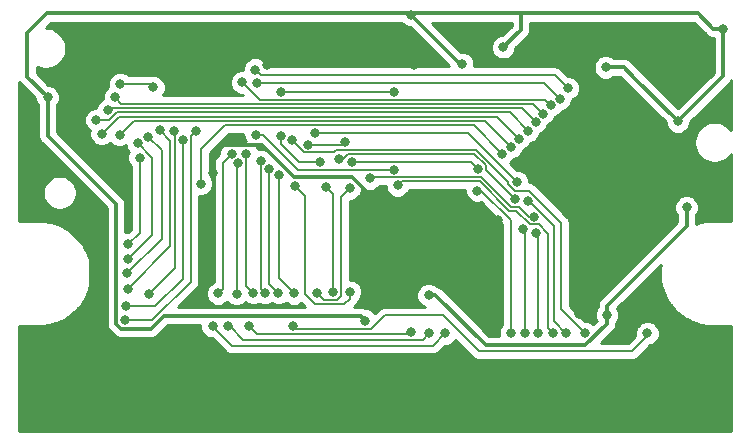
<source format=gbr>
%TF.GenerationSoftware,KiCad,Pcbnew,(5.99.0-1468-g7e1294a4b)*%
%TF.CreationDate,2020-09-06T10:14:52+02:00*%
%TF.ProjectId,WonderSwan_32MB,576f6e64-6572-4537-9761-6e5f33324d42,rev?*%
%TF.SameCoordinates,PX87734b0PY5d70e60*%
%TF.FileFunction,Copper,L2,Bot*%
%TF.FilePolarity,Positive*%
%FSLAX46Y46*%
G04 Gerber Fmt 4.6, Leading zero omitted, Abs format (unit mm)*
G04 Created by KiCad (PCBNEW (5.99.0-1468-g7e1294a4b)) date 2020-09-06 10:14:52*
%MOMM*%
%LPD*%
G01*
G04 APERTURE LIST*
%TA.AperFunction,ViaPad*%
%ADD10C,0.800000*%
%TD*%
%TA.AperFunction,Conductor*%
%ADD11C,0.200000*%
%TD*%
%TA.AperFunction,Conductor*%
%ADD12C,0.300000*%
%TD*%
%TA.AperFunction,Conductor*%
%ADD13C,0.254000*%
%TD*%
G04 APERTURE END LIST*
D10*
X1120000Y-12500002D03*
X6550000Y-5750010D03*
X-15690021Y-12020000D03*
X-14370010Y-12020000D03*
X-2759412Y-11552581D03*
X-8884954Y-12020000D03*
X17709979Y-11060000D03*
X21120000Y-12620000D03*
X15840000Y-12620000D03*
X27280000Y-12620000D03*
X14250000Y-12620000D03*
X13100000Y-12620000D03*
X9560000Y-12620000D03*
X4010000Y-12620000D03*
X2670000Y-12620000D03*
X-22890000Y-8860000D03*
X-13640000Y-9290000D03*
X-15230000Y-9240000D03*
X-12610000Y-12020000D03*
X-4050000Y-9110000D03*
X-5480000Y-9150000D03*
X-6860000Y-9180000D03*
X-8800000Y-9240000D03*
X-10120012Y-9200000D03*
X-11250000Y-9200000D03*
X-12250000Y-9180000D03*
X-23100000Y-11500000D03*
X-23040000Y-10340000D03*
X-22920000Y-7550000D03*
X-22880000Y-6360000D03*
X-22810000Y-5090000D03*
X-15659999Y959999D03*
X17030000Y360000D03*
X11654374Y5262959D03*
X11026964Y4536337D03*
X12288548Y5983684D03*
X13729325Y7243264D03*
X12957834Y6671928D03*
X17600000Y9900000D03*
X-29480000Y-2230000D03*
X-21080000Y-9310000D03*
X-17060000Y4550000D03*
X-18200010Y3710000D03*
X-16679990Y43271D03*
X-20700010Y8200000D03*
X-18920000Y4520000D03*
X-23239990Y560000D03*
X-20180000Y4600000D03*
X-21130000Y4020000D03*
X-22020000Y3460000D03*
X15344982Y-10985018D03*
X22990000Y8740000D03*
X13770000Y13150000D03*
X21930000Y10730000D03*
X8910000Y11600000D03*
X1070000Y14360000D03*
X-29660000Y7370000D03*
X11890000Y-12620000D03*
X10740000Y-12620000D03*
X-31230000Y-13130000D03*
X27510000Y13180000D03*
X23710000Y5330000D03*
X24450000Y-1950000D03*
X20780000Y-4710000D03*
X-8690000Y-190000D03*
X5450000Y10180000D03*
X-11120000Y10060000D03*
X1390000Y10060010D03*
X-13180000Y8630000D03*
X-11890000Y8580021D03*
X-12088291Y9711709D03*
X-28300000Y4170000D03*
X-25530000Y5440000D03*
X-25080000Y4280000D03*
X-23958166Y7350800D03*
X-24515707Y6286822D03*
X-23560000Y4180000D03*
X1270000Y-7120000D03*
X8510000Y-2990000D03*
X2598302Y-9388302D03*
X-21870000Y2260000D03*
X-23520000Y8480000D03*
X-10000Y-90000D03*
X-10070000Y750000D03*
X11670000Y-4130000D03*
X10601031Y-3751210D03*
X11501989Y-2741968D03*
X11044579Y-1437107D03*
X10084432Y186361D03*
X14390000Y8140000D03*
X8839389Y2589948D03*
X9607493Y3165829D03*
X10260000Y3870000D03*
X9898379Y-1224303D03*
X-6978854Y4339924D03*
X-9930000Y7850000D03*
X-310000Y7840000D03*
X-6115912Y-214088D03*
X-4079772Y-360032D03*
X6740000Y-540043D03*
X6770237Y1290021D03*
X-7570000Y3360000D03*
X-9860000Y4120000D03*
X-8972468Y3754063D03*
X-5010000Y2140000D03*
X-2370000Y490000D03*
X-11591534Y1968406D03*
X-10908848Y1293452D03*
X-13519854Y1804243D03*
X-12820338Y2589990D03*
X-14071419Y2589990D03*
X-12035000Y4205000D03*
X-3919527Y1900010D03*
X-290000Y1240000D03*
X-4465358Y3575178D03*
X-6580000Y1900010D03*
D11*
X-14250000Y-12020000D02*
X-13109988Y-13160012D01*
X-14370010Y-12020000D02*
X-14250000Y-12020000D01*
X-13109988Y-13160012D02*
X2129988Y-13160012D01*
X2129988Y-13160012D02*
X2670000Y-12620000D01*
X-12610000Y-12000000D02*
X-11890000Y-12720000D01*
X-11890000Y-12720000D02*
X900002Y-12720000D01*
X900002Y-12720000D02*
X1120000Y-12500002D01*
X5180010Y-7120000D02*
X6550000Y-5750010D01*
X8510000Y-3790010D02*
X6550000Y-5750010D01*
X1270000Y-7120000D02*
X5180010Y-7120000D01*
X8510000Y-2990000D02*
X8510000Y-3790010D01*
D12*
X-23850001Y-11840001D02*
X-23430000Y-12260002D01*
D11*
X-1099132Y-11110000D02*
X-2249121Y-12259989D01*
D12*
X-23850001Y-1689999D02*
X-23850001Y-11840001D01*
X-20903592Y-12260002D02*
X-19796172Y-11152582D01*
X-29660000Y7370000D02*
X-29660000Y4120000D01*
D11*
X6836802Y-14150000D02*
X3796802Y-11110000D01*
X-8584955Y-12259989D02*
X-8884954Y-11959990D01*
X-2249121Y-12259989D02*
X-8584955Y-12259989D01*
X3796802Y-11110000D02*
X-1099132Y-11110000D01*
D12*
X-19796172Y-11152582D02*
X-3159411Y-11152582D01*
D11*
X19810000Y-14150000D02*
X6836802Y-14150000D01*
X21120000Y-12840000D02*
X19810000Y-14150000D01*
D12*
X-3159411Y-11152582D02*
X-2759412Y-11552581D01*
X-29660000Y4120000D02*
X-23850001Y-1689999D01*
X-23430000Y-12260002D02*
X-20903592Y-12260002D01*
D11*
X2689998Y-13660002D02*
X2969998Y-13660002D01*
X2969998Y-13660002D02*
X4010000Y-12620000D01*
D12*
X3163987Y-9388302D02*
X7425685Y-13650000D01*
X7425685Y-13650000D02*
X15875664Y-13650000D01*
X17709979Y-11815685D02*
X17709979Y-11060000D01*
X24450000Y-3540000D02*
X17709979Y-10280021D01*
X15875664Y-13650000D02*
X17709979Y-11815685D01*
X17709979Y-10280021D02*
X17709979Y-11060000D01*
X24450000Y-1950000D02*
X24450000Y-3540000D01*
X2598302Y-9388302D02*
X3163987Y-9388302D01*
D11*
X11134579Y-1437107D02*
X13220000Y-3522528D01*
X13220000Y-11620000D02*
X14250000Y-12650000D01*
X13220000Y-3522528D02*
X13220000Y-11620000D01*
X11044579Y-1437107D02*
X11134579Y-1437107D01*
X-15660000Y-12080000D02*
X-14079998Y-13660002D01*
X-14079998Y-13660002D02*
X2689998Y-13660002D01*
X-20180000Y4600000D02*
X-19270000Y3690000D01*
X-19270000Y-5240000D02*
X-22890000Y-8860000D01*
X-19270000Y3690000D02*
X-19270000Y-5240000D01*
X-4544327Y-10170012D02*
X-4050000Y-9675685D01*
X-7029988Y-10170012D02*
X-4544327Y-10170012D01*
X-7899999Y-980001D02*
X-7899999Y-9300001D01*
X-8690000Y-190000D02*
X-7899999Y-980001D01*
X-4050000Y-9675685D02*
X-4050000Y-9110000D01*
X-7899999Y-9300001D02*
X-7029988Y-10170012D01*
X-10070000Y750000D02*
X-10070000Y-7970000D01*
X-10070000Y-7970000D02*
X-8800000Y-9240000D01*
X-17540000Y4070000D02*
X-17540000Y-8260000D01*
X-20780000Y-11500000D02*
X-23100000Y-11500000D01*
X-17540000Y-8260000D02*
X-20780000Y-11500000D01*
X-17060000Y4550000D02*
X-17540000Y4070000D01*
X-18200010Y-8000878D02*
X-20539132Y-10340000D01*
X-20539132Y-10340000D02*
X-23040000Y-10340000D01*
X-18200010Y3710000D02*
X-18200010Y-8000878D01*
X-19990000Y2880000D02*
X-19990000Y-4620000D01*
X-19990000Y-4620000D02*
X-22920000Y-7550000D01*
X-21130000Y4020000D02*
X-19990000Y2880000D01*
X-22020000Y3460000D02*
X-20820000Y2260000D01*
X-20820000Y-4300000D02*
X-22880000Y-6360000D01*
X-20820000Y2260000D02*
X-20820000Y-4300000D01*
X-21870000Y-4150000D02*
X-22810000Y-5090000D01*
X-21870000Y2260000D02*
X-21870000Y-4150000D01*
D12*
X20780000Y-3390000D02*
X17030000Y360000D01*
X20780000Y-4710000D02*
X20780000Y-3390000D01*
D11*
X-11890000Y8580021D02*
X12392568Y8580021D01*
X12392568Y8580021D02*
X13729325Y7243264D01*
D12*
X20010000Y9030000D02*
X19140000Y9900000D01*
X23710000Y5330000D02*
X20010000Y9030000D01*
X19140000Y9900000D02*
X17600000Y9900000D01*
X-31230000Y-13130000D02*
X-28480000Y-13130000D01*
X-25990000Y-5720000D02*
X-29480000Y-2230000D01*
X-28480000Y-13130000D02*
X-25990000Y-10640000D01*
X-25990000Y-10640000D02*
X-25990000Y-5720000D01*
D11*
X-18920000Y4520000D02*
X-18860012Y4460012D01*
X-18860012Y4460012D02*
X-18860012Y-7090012D01*
X-18860012Y-7090012D02*
X-21080000Y-9310000D01*
X-23520000Y8480000D02*
X-20980010Y8480000D01*
X-20980010Y8480000D02*
X-20700010Y8200000D01*
D12*
X-26849990Y4170000D02*
X-23239990Y560000D01*
X-28300000Y4170000D02*
X-26849990Y4170000D01*
X20780000Y-4710000D02*
X20780000Y-5550000D01*
X20780000Y-5550000D02*
X15344982Y-10985018D01*
X23120000Y9540000D02*
X23120000Y8870000D01*
X23120000Y8870000D02*
X22990000Y8740000D01*
X21930000Y10730000D02*
X23120000Y9540000D01*
X19510000Y13150000D02*
X21930000Y10730000D01*
X13770000Y13150000D02*
X19510000Y13150000D01*
X10410000Y14470000D02*
X10220000Y14470000D01*
X25390000Y14470000D02*
X10410000Y14470000D01*
X10410000Y13100000D02*
X8910000Y11600000D01*
X10410000Y14470000D02*
X10410000Y13100000D01*
X1180000Y14470000D02*
X1070000Y14360000D01*
X-29000000Y14470000D02*
X-29710000Y14470000D01*
X-29710000Y14470000D02*
X-31380000Y12800000D01*
X-31380000Y12800000D02*
X-31380000Y9090000D01*
X-31380000Y9090000D02*
X-29660000Y7370000D01*
X1180000Y14470000D02*
X-29000000Y14470000D01*
X10220000Y14470000D02*
X1180000Y14470000D01*
X26680000Y13180000D02*
X25390000Y14470000D01*
X27510000Y13180000D02*
X26680000Y13180000D01*
X27510000Y13180000D02*
X27510000Y9130000D01*
X27510000Y9130000D02*
X23710000Y5330000D01*
X5250000Y10180000D02*
X5450000Y10180000D01*
X1070000Y14360000D02*
X5250000Y10180000D01*
X-11120000Y10060000D02*
X1389990Y10060000D01*
X1389990Y10060000D02*
X1390000Y10060010D01*
D11*
X11890000Y-12570000D02*
X11890000Y-4350000D01*
X11890000Y-4350000D02*
X11670000Y-4130000D01*
X10740000Y-3890179D02*
X10601031Y-3751210D01*
X10740000Y-12560000D02*
X10740000Y-3890179D01*
X-12088291Y9711709D02*
X-11616613Y9240031D01*
X-11616613Y9240031D02*
X13289969Y9240031D01*
X13289969Y9240031D02*
X14390000Y8140000D01*
X12469762Y7160000D02*
X12957834Y6671928D01*
X-13180000Y8630000D02*
X-11710000Y7160000D01*
X-23958166Y7350800D02*
X-23407355Y6799989D01*
X-23560000Y4180000D02*
X-22380055Y5359945D01*
X11472243Y6799989D02*
X12288548Y5983684D01*
X7413377Y5359945D02*
X9607493Y3165829D01*
X-24515707Y6286822D02*
X-24362551Y6439978D01*
X6429403Y4999934D02*
X8839389Y2589948D01*
X-22380055Y5359945D02*
X7413377Y5359945D01*
X-11710000Y7160000D02*
X12469762Y7160000D01*
X-16679990Y2950010D02*
X-14630066Y4999934D01*
X-23640044Y5719956D02*
X8410044Y5719956D01*
X9483334Y6079967D02*
X11026964Y4536337D01*
X-23789165Y6079967D02*
X9483334Y6079967D01*
X-14630066Y4999934D02*
X6429403Y4999934D01*
X-16679990Y43271D02*
X-16679990Y2950010D01*
X8410044Y5719956D02*
X10260000Y3870000D01*
X-25530000Y5440000D02*
X-24429132Y5440000D01*
X-25080000Y4280000D02*
X-23640044Y5719956D01*
X-23407355Y6799989D02*
X11472243Y6799989D01*
X-24429132Y5440000D02*
X-23789165Y6079967D01*
X10477355Y6439978D02*
X11654374Y5262959D01*
X-24362551Y6439978D02*
X10477355Y6439978D01*
X-320000Y7850000D02*
X-310000Y7840000D01*
X-9930000Y7850000D02*
X-320000Y7850000D01*
X-6229999Y-9810001D02*
X-5163199Y-9810001D01*
X-4819999Y-1100259D02*
X-4079772Y-360032D01*
X9560000Y-12580000D02*
X9560000Y-3048661D01*
X9560000Y-3048661D02*
X7051382Y-540043D01*
X7051382Y-540043D02*
X6740000Y-540043D01*
X-5163199Y-9810001D02*
X-4819999Y-9466801D01*
X-4819999Y-9466801D02*
X-4819999Y-1100259D01*
X-5480000Y-850000D02*
X-6115912Y-214088D01*
X-6860000Y-9180000D02*
X-6229999Y-9810001D01*
X-5480000Y-9150000D02*
X-5480000Y-850000D01*
X12700001Y-12210001D02*
X13100000Y-12610000D01*
X12700001Y-4179125D02*
X12700001Y-12210001D01*
X11922846Y-3401970D02*
X12700001Y-4179125D01*
X10031588Y-2244316D02*
X11189242Y-3401970D01*
X9432456Y-2244316D02*
X10031588Y-2244316D01*
X6918140Y270000D02*
X9432456Y-2244316D01*
X-10000Y-90000D02*
X350000Y270000D01*
X11189242Y-3401970D02*
X11922846Y-3401970D01*
X350000Y270000D02*
X6918140Y270000D01*
X-6948778Y4370000D02*
X-6978854Y4339924D01*
X10084432Y186361D02*
X5900793Y4370000D01*
X5900793Y4370000D02*
X-6948778Y4370000D01*
D12*
X-11530000Y3340000D02*
X-14900000Y3340000D01*
X-8769978Y579978D02*
X-11530000Y3340000D01*
X1270000Y-7120000D02*
X1270000Y-4560000D01*
X1270000Y-4560000D02*
X-3869978Y579978D01*
D11*
X-10908848Y-8411164D02*
X-10908848Y1293452D01*
X-11591534Y-8858466D02*
X-11591534Y1968406D01*
X-13640000Y1684097D02*
X-13519854Y1804243D01*
X-12820338Y-8609662D02*
X-12820338Y2589990D01*
X-11250000Y-9200000D02*
X-11591534Y-8858466D01*
D12*
X-3869978Y579978D02*
X-8769978Y579978D01*
D11*
X-10120012Y-9200000D02*
X-10908848Y-8411164D01*
X-15230000Y-9240000D02*
X-14830001Y-8840001D01*
D12*
X-15659999Y2580001D02*
X-15659999Y959999D01*
D11*
X-14830001Y1831408D02*
X-14071419Y2589990D01*
X-14830001Y-8840001D02*
X-14830001Y1831408D01*
X-12250000Y-9180000D02*
X-12820338Y-8609662D01*
D12*
X-14900000Y3340000D02*
X-15659999Y2580001D01*
D11*
X-13640000Y-9290000D02*
X-13640000Y1684097D01*
X-8345695Y1900010D02*
X-6580000Y1900010D01*
X7430238Y1243838D02*
X7430238Y1606822D01*
X76814Y630010D02*
X26802Y579998D01*
X-5436801Y2690001D02*
X-7908406Y2690001D01*
X11501989Y-2741968D02*
X11112844Y-2741968D01*
X9898379Y-1224303D02*
X7430238Y1243838D01*
X-2280002Y579998D02*
X-2370000Y490000D01*
X-4445451Y2860022D02*
X-5266780Y2860022D01*
X6770237Y1290021D02*
X6160248Y1900010D01*
X26802Y579998D02*
X-2280002Y579998D01*
X-4656341Y2140000D02*
X-5010000Y2140000D01*
X11091601Y-550733D02*
X9888129Y-550733D01*
X-7908406Y2690001D02*
X-8972468Y3754063D01*
X6626170Y2920022D02*
X-4385451Y2920022D01*
X13800000Y-3259132D02*
X11091601Y-550733D01*
X10255181Y-1884305D02*
X9581577Y-1884305D01*
X9888129Y-550733D02*
X9347330Y-9934D01*
X-9860000Y4120000D02*
X-9860000Y3414315D01*
X-5266780Y2860022D02*
X-5436801Y2690001D01*
X13800000Y-10590000D02*
X13800000Y-3259132D01*
X-4236329Y2560012D02*
X-4656341Y2140000D01*
X11112844Y-2741968D02*
X10255181Y-1884305D01*
X-9860000Y3414315D02*
X-8345695Y1900010D01*
X-11395000Y4205000D02*
X-8430000Y1240000D01*
X7067262Y630010D02*
X76814Y630010D01*
X9347330Y198862D02*
X6626170Y2920022D01*
X-12035000Y4205000D02*
X-11395000Y4205000D01*
X-8430000Y1240000D02*
X-290000Y1240000D01*
X-4385451Y2920022D02*
X-4445451Y2860022D01*
X-4680536Y3360000D02*
X-4465358Y3575178D01*
X6477048Y2560012D02*
X-4236329Y2560012D01*
X9581577Y-1884305D02*
X7067262Y630010D01*
X15840000Y-12630000D02*
X13800000Y-10590000D01*
X7430238Y1606822D02*
X6477048Y2560012D01*
X6160248Y1900010D02*
X-3919527Y1900010D01*
X9347330Y-9934D02*
X9347330Y198862D01*
X-7570000Y3360000D02*
X-4680536Y3360000D01*
G36*
X-32043047Y8655308D02*
G01*
X-31989333Y8592971D01*
X-31977303Y8576712D01*
X-31971199Y8569629D01*
X-31956911Y8555341D01*
X-31907922Y8498486D01*
X-31894393Y8486684D01*
X-31876944Y8475374D01*
X-30696000Y7294429D01*
X-30696000Y7241938D01*
X-30693844Y7225562D01*
X-30627554Y6978165D01*
X-30621233Y6962905D01*
X-30493171Y6741095D01*
X-30483116Y6727991D01*
X-30446000Y6690875D01*
X-30445999Y4208049D01*
X-30449511Y4192528D01*
X-30450951Y4174633D01*
X-30445999Y4094808D01*
X-30445999Y4068132D01*
X-30445362Y4059188D01*
X-30442587Y4039818D01*
X-30438135Y3968025D01*
X-30434494Y3950444D01*
X-30426695Y3928839D01*
X-30423439Y3906107D01*
X-30418400Y3888875D01*
X-30388629Y3823395D01*
X-30364137Y3755554D01*
X-30355478Y3739387D01*
X-30342388Y3721697D01*
X-30332719Y3700432D01*
X-30323047Y3685308D01*
X-30269333Y3622971D01*
X-30257303Y3606712D01*
X-30251199Y3599629D01*
X-30236911Y3585341D01*
X-30187922Y3528486D01*
X-30174393Y3516684D01*
X-30156944Y3505374D01*
X-24636001Y-2015570D01*
X-24636000Y-11751952D01*
X-24639512Y-11767473D01*
X-24640952Y-11785368D01*
X-24636000Y-11865193D01*
X-24636000Y-11891869D01*
X-24635363Y-11900813D01*
X-24632588Y-11920183D01*
X-24628136Y-11991976D01*
X-24624495Y-12009557D01*
X-24616696Y-12031162D01*
X-24613440Y-12053894D01*
X-24608401Y-12071126D01*
X-24578630Y-12136606D01*
X-24554138Y-12204447D01*
X-24545479Y-12220614D01*
X-24532389Y-12238304D01*
X-24522720Y-12259569D01*
X-24513048Y-12274693D01*
X-24459334Y-12337030D01*
X-24447304Y-12353289D01*
X-24441200Y-12360372D01*
X-24426912Y-12374660D01*
X-24377923Y-12431515D01*
X-24364394Y-12443317D01*
X-24346945Y-12454627D01*
X-24048049Y-12753523D01*
X-24039554Y-12766987D01*
X-24027919Y-12780658D01*
X-23967956Y-12833616D01*
X-23949110Y-12852462D01*
X-23942338Y-12858334D01*
X-23926684Y-12870067D01*
X-23872760Y-12917691D01*
X-23857754Y-12927548D01*
X-23836965Y-12937309D01*
X-23818590Y-12951080D01*
X-23802842Y-12959702D01*
X-23735490Y-12984950D01*
X-23670197Y-13015605D01*
X-23652641Y-13020914D01*
X-23630884Y-13024165D01*
X-23609008Y-13032366D01*
X-23591473Y-13036221D01*
X-23509412Y-13042319D01*
X-23489406Y-13045309D01*
X-23480082Y-13046002D01*
X-23459855Y-13046002D01*
X-23385035Y-13051563D01*
X-23367123Y-13050342D01*
X-23346792Y-13046002D01*
X-20991636Y-13046002D01*
X-20976119Y-13049513D01*
X-20958225Y-13050953D01*
X-20878416Y-13046002D01*
X-20851725Y-13046002D01*
X-20842784Y-13045365D01*
X-20823399Y-13042589D01*
X-20751616Y-13038136D01*
X-20734036Y-13034496D01*
X-20712435Y-13026698D01*
X-20689698Y-13023442D01*
X-20672466Y-13018403D01*
X-20606987Y-12988630D01*
X-20539146Y-12964139D01*
X-20522979Y-12955480D01*
X-20505294Y-12942394D01*
X-20484023Y-12932722D01*
X-20468899Y-12923050D01*
X-20406547Y-12869323D01*
X-20390305Y-12857305D01*
X-20383221Y-12851201D01*
X-20368940Y-12836920D01*
X-20312078Y-12787925D01*
X-20300276Y-12774396D01*
X-20288966Y-12756947D01*
X-19470600Y-11938582D01*
X-16726021Y-11938582D01*
X-16726021Y-12148062D01*
X-16723865Y-12164438D01*
X-16657575Y-12411835D01*
X-16651254Y-12427095D01*
X-16523192Y-12648905D01*
X-16513137Y-12662009D01*
X-16332030Y-12843116D01*
X-16318926Y-12853171D01*
X-16097116Y-12981233D01*
X-16081856Y-12987554D01*
X-15834459Y-13053844D01*
X-15818083Y-13056000D01*
X-15724860Y-13056000D01*
X-14562806Y-14218056D01*
X-14562786Y-14218073D01*
X-14525099Y-14255760D01*
X-14509054Y-14267418D01*
X-14465743Y-14289487D01*
X-14426422Y-14318054D01*
X-14408752Y-14327057D01*
X-14362528Y-14342077D01*
X-14319215Y-14364146D01*
X-14300354Y-14370274D01*
X-14252336Y-14377880D01*
X-14206117Y-14392898D01*
X-14186529Y-14396000D01*
X-14132838Y-14396000D01*
X-14132812Y-14396002D01*
X3023206Y-14396002D01*
X3023218Y-14396001D01*
X3076528Y-14396001D01*
X3096117Y-14392898D01*
X3142342Y-14377879D01*
X3190354Y-14370274D01*
X3209216Y-14364145D01*
X3252526Y-14342077D01*
X3298749Y-14327059D01*
X3316421Y-14318055D01*
X3355744Y-14289486D01*
X3399055Y-14267417D01*
X3415100Y-14255760D01*
X3558744Y-14112115D01*
X4014860Y-13656000D01*
X4138062Y-13656000D01*
X4154438Y-13653844D01*
X4401835Y-13587554D01*
X4417095Y-13581233D01*
X4638905Y-13453171D01*
X4652009Y-13443116D01*
X4833116Y-13262009D01*
X4843171Y-13248905D01*
X4862086Y-13216144D01*
X6353994Y-14708054D01*
X6354013Y-14708070D01*
X6391701Y-14745759D01*
X6407746Y-14757416D01*
X6451051Y-14779480D01*
X6490377Y-14808052D01*
X6508048Y-14817057D01*
X6554278Y-14832078D01*
X6597586Y-14854144D01*
X6616448Y-14860273D01*
X6664460Y-14867877D01*
X6710681Y-14882895D01*
X6730270Y-14885998D01*
X6783962Y-14885998D01*
X6783988Y-14886000D01*
X19863208Y-14886000D01*
X19863220Y-14885999D01*
X19916530Y-14885999D01*
X19936119Y-14882896D01*
X19982344Y-14867877D01*
X20030356Y-14860272D01*
X20049218Y-14854143D01*
X20092528Y-14832075D01*
X20138751Y-14817057D01*
X20156423Y-14808053D01*
X20195746Y-14779484D01*
X20239057Y-14757415D01*
X20255102Y-14745758D01*
X20398746Y-14602113D01*
X21377241Y-13623619D01*
X21511835Y-13587554D01*
X21527095Y-13581233D01*
X21748905Y-13453171D01*
X21762009Y-13443116D01*
X21943116Y-13262009D01*
X21953171Y-13248905D01*
X22081233Y-13027095D01*
X22087554Y-13011835D01*
X22153844Y-12764438D01*
X22156000Y-12748062D01*
X22156000Y-12491938D01*
X22153844Y-12475562D01*
X22087554Y-12228165D01*
X22081233Y-12212905D01*
X21953171Y-11991095D01*
X21943116Y-11977991D01*
X21762009Y-11796884D01*
X21748905Y-11786829D01*
X21527095Y-11658767D01*
X21511835Y-11652446D01*
X21264438Y-11586156D01*
X21248062Y-11584000D01*
X20991938Y-11584000D01*
X20975562Y-11586156D01*
X20728165Y-11652446D01*
X20712905Y-11658767D01*
X20491095Y-11786829D01*
X20477991Y-11796884D01*
X20296884Y-11977991D01*
X20286829Y-11991095D01*
X20158767Y-12212905D01*
X20152446Y-12228165D01*
X20086156Y-12475562D01*
X20084000Y-12491938D01*
X20084000Y-12748063D01*
X20086156Y-12764438D01*
X20100641Y-12818498D01*
X19505140Y-13414000D01*
X17223234Y-13414000D01*
X18203503Y-12433732D01*
X18216962Y-12425240D01*
X18230634Y-12413605D01*
X18283579Y-12353656D01*
X18302440Y-12334796D01*
X18308313Y-12328022D01*
X18320050Y-12312360D01*
X18367667Y-12258446D01*
X18377524Y-12243441D01*
X18387285Y-12222651D01*
X18401058Y-12204274D01*
X18409679Y-12188526D01*
X18434927Y-12121175D01*
X18465582Y-12055882D01*
X18470891Y-12038326D01*
X18474142Y-12016569D01*
X18482343Y-11994693D01*
X18486198Y-11977158D01*
X18492296Y-11895097D01*
X18495286Y-11875091D01*
X18495979Y-11865767D01*
X18495979Y-11845540D01*
X18501540Y-11770720D01*
X18500319Y-11752808D01*
X18497148Y-11737955D01*
X18533095Y-11702009D01*
X18543150Y-11688905D01*
X18671212Y-11467095D01*
X18677533Y-11451835D01*
X18743823Y-11204438D01*
X18745979Y-11188062D01*
X18745979Y-10931938D01*
X18743823Y-10915562D01*
X18677533Y-10668165D01*
X18671212Y-10652905D01*
X18589755Y-10511816D01*
X22238184Y-6863387D01*
X22206879Y-7064445D01*
X22206132Y-7073378D01*
X22205941Y-7089010D01*
X22202705Y-7104499D01*
X22201477Y-7113766D01*
X22200836Y-7124884D01*
X22200815Y-7125270D01*
X22180392Y-7521581D01*
X22180568Y-7530545D01*
X22180869Y-7533849D01*
X22180374Y-7537326D01*
X22179746Y-7546658D01*
X22179824Y-7557796D01*
X22179828Y-7558178D01*
X22181195Y-7662585D01*
X22181949Y-7671516D01*
X22182463Y-7674799D01*
X22182194Y-7678297D01*
X22182169Y-7687642D01*
X22182965Y-7698750D01*
X22182994Y-7699137D01*
X22213784Y-8094777D01*
X22215113Y-8103644D01*
X22218523Y-8118897D01*
X22218937Y-8134714D01*
X22219874Y-8144022D01*
X22221809Y-8154990D01*
X22221876Y-8155366D01*
X22293170Y-8545742D01*
X22295404Y-8554424D01*
X22300362Y-8569243D01*
X22302401Y-8584939D01*
X22304290Y-8594101D01*
X22307342Y-8604812D01*
X22307447Y-8605179D01*
X22418493Y-8986158D01*
X22421606Y-8994564D01*
X22428063Y-9008798D01*
X22431705Y-9024205D01*
X22434527Y-9033125D01*
X22438664Y-9043465D01*
X22438806Y-9043815D01*
X22588424Y-9411360D01*
X22592386Y-9419402D01*
X22600271Y-9432895D01*
X22605475Y-9447841D01*
X22609197Y-9456420D01*
X22614375Y-9466282D01*
X22614554Y-9466621D01*
X22801162Y-9816841D01*
X22805929Y-9824433D01*
X22815159Y-9837045D01*
X22821873Y-9851378D01*
X22826458Y-9859531D01*
X22832622Y-9868807D01*
X22832833Y-9869123D01*
X23054451Y-10198306D01*
X23059975Y-10205369D01*
X23070452Y-10216963D01*
X23078604Y-10230531D01*
X23084005Y-10238173D01*
X23091091Y-10246767D01*
X23091333Y-10247058D01*
X23345614Y-10551715D01*
X23351833Y-10558171D01*
X23363448Y-10568630D01*
X23372949Y-10581284D01*
X23379103Y-10588325D01*
X23387033Y-10596146D01*
X23387308Y-10596415D01*
X23671561Y-10873322D01*
X23678411Y-10879105D01*
X23691040Y-10888314D01*
X23701792Y-10899926D01*
X23708641Y-10906302D01*
X23717334Y-10913265D01*
X23717630Y-10913500D01*
X24028838Y-11159720D01*
X24036246Y-11164769D01*
X24049755Y-11172632D01*
X24061646Y-11183078D01*
X24069116Y-11188716D01*
X24078478Y-11194748D01*
X24078796Y-11194951D01*
X24413665Y-11407876D01*
X24421553Y-11412136D01*
X24435796Y-11418567D01*
X24448695Y-11427734D01*
X24456698Y-11432571D01*
X24466631Y-11437610D01*
X24466974Y-11437784D01*
X24821959Y-11615160D01*
X24830242Y-11618587D01*
X24845078Y-11623523D01*
X24858850Y-11631314D01*
X24867307Y-11635303D01*
X24877705Y-11639294D01*
X24878064Y-11639430D01*
X25249401Y-11779376D01*
X25257993Y-11781933D01*
X25273249Y-11785315D01*
X25287755Y-11791652D01*
X25296581Y-11794752D01*
X25307335Y-11797653D01*
X25307702Y-11797750D01*
X25691456Y-11898785D01*
X25700267Y-11900446D01*
X25715790Y-11902242D01*
X25730869Y-11907054D01*
X25739967Y-11909230D01*
X25750962Y-11911010D01*
X25751338Y-11911070D01*
X26143445Y-11972121D01*
X26152379Y-11972868D01*
X26168012Y-11973059D01*
X26183499Y-11976294D01*
X26192767Y-11977523D01*
X26203886Y-11978164D01*
X26204271Y-11978185D01*
X26600580Y-11998608D01*
X26609544Y-11998432D01*
X26658234Y-11994000D01*
X28221660Y-11994000D01*
X28214301Y-20886000D01*
X-32046000Y-20886000D01*
X-32046000Y-11994000D01*
X-30439178Y-11994000D01*
X-30406673Y-11998626D01*
X-30397342Y-11999254D01*
X-30386204Y-11999176D01*
X-30385822Y-11999172D01*
X-30281415Y-11997805D01*
X-30272484Y-11997051D01*
X-30269201Y-11996537D01*
X-30265703Y-11996806D01*
X-30256358Y-11996831D01*
X-30245250Y-11996035D01*
X-30244863Y-11996006D01*
X-29849223Y-11965216D01*
X-29840356Y-11963887D01*
X-29825103Y-11960477D01*
X-29809286Y-11960063D01*
X-29799978Y-11959126D01*
X-29789010Y-11957191D01*
X-29788634Y-11957124D01*
X-29398258Y-11885830D01*
X-29389576Y-11883596D01*
X-29374757Y-11878638D01*
X-29359061Y-11876599D01*
X-29349899Y-11874710D01*
X-29339188Y-11871658D01*
X-29338821Y-11871553D01*
X-28957842Y-11760507D01*
X-28949436Y-11757394D01*
X-28935202Y-11750937D01*
X-28919795Y-11747295D01*
X-28910875Y-11744473D01*
X-28900535Y-11740336D01*
X-28900185Y-11740194D01*
X-28532640Y-11590576D01*
X-28524598Y-11586614D01*
X-28511105Y-11578729D01*
X-28496159Y-11573525D01*
X-28487580Y-11569803D01*
X-28477718Y-11564625D01*
X-28477379Y-11564446D01*
X-28127159Y-11377838D01*
X-28119567Y-11373071D01*
X-28106955Y-11363841D01*
X-28092622Y-11357127D01*
X-28084469Y-11352542D01*
X-28075193Y-11346378D01*
X-28074877Y-11346167D01*
X-27745694Y-11124549D01*
X-27738631Y-11119025D01*
X-27727037Y-11108548D01*
X-27713469Y-11100396D01*
X-27705827Y-11094995D01*
X-27697233Y-11087909D01*
X-27696942Y-11087667D01*
X-27392285Y-10833386D01*
X-27385829Y-10827167D01*
X-27375370Y-10815552D01*
X-27362716Y-10806051D01*
X-27355675Y-10799897D01*
X-27347854Y-10791967D01*
X-27347585Y-10791692D01*
X-27070678Y-10507439D01*
X-27064895Y-10500589D01*
X-27055686Y-10487960D01*
X-27044074Y-10477208D01*
X-27037698Y-10470359D01*
X-27030735Y-10461666D01*
X-27030500Y-10461370D01*
X-26784280Y-10150162D01*
X-26779231Y-10142754D01*
X-26771368Y-10129245D01*
X-26760922Y-10117354D01*
X-26755284Y-10109884D01*
X-26749252Y-10100522D01*
X-26749049Y-10100204D01*
X-26536124Y-9765335D01*
X-26531864Y-9757447D01*
X-26525433Y-9743204D01*
X-26516266Y-9730305D01*
X-26511429Y-9722302D01*
X-26506390Y-9712369D01*
X-26506216Y-9712026D01*
X-26328840Y-9357041D01*
X-26325413Y-9348758D01*
X-26320477Y-9333922D01*
X-26312686Y-9320150D01*
X-26308697Y-9311693D01*
X-26304706Y-9301295D01*
X-26304570Y-9300936D01*
X-26164624Y-8929599D01*
X-26162067Y-8921007D01*
X-26158685Y-8905751D01*
X-26152348Y-8891245D01*
X-26149248Y-8882419D01*
X-26146347Y-8871665D01*
X-26146250Y-8871298D01*
X-26045215Y-8487544D01*
X-26043554Y-8478733D01*
X-26041758Y-8463210D01*
X-26036946Y-8448131D01*
X-26034770Y-8439033D01*
X-26032990Y-8428038D01*
X-26032930Y-8427662D01*
X-25971879Y-8035555D01*
X-25971132Y-8026621D01*
X-25970941Y-8010988D01*
X-25967706Y-7995501D01*
X-25966477Y-7986233D01*
X-25965836Y-7975114D01*
X-25965815Y-7974729D01*
X-25945392Y-7578419D01*
X-25945568Y-7569455D01*
X-25945869Y-7566151D01*
X-25945374Y-7562674D01*
X-25944746Y-7553342D01*
X-25944824Y-7542204D01*
X-25944828Y-7541822D01*
X-25946195Y-7437415D01*
X-25946949Y-7428484D01*
X-25947463Y-7425201D01*
X-25947194Y-7421703D01*
X-25947169Y-7412358D01*
X-25947965Y-7401250D01*
X-25947994Y-7400863D01*
X-25978784Y-7005223D01*
X-25980113Y-6996356D01*
X-25983523Y-6981103D01*
X-25983937Y-6965286D01*
X-25984874Y-6955978D01*
X-25986809Y-6945010D01*
X-25986876Y-6944634D01*
X-26058171Y-6554259D01*
X-26060404Y-6545577D01*
X-26065362Y-6530758D01*
X-26067401Y-6515061D01*
X-26069290Y-6505900D01*
X-26072342Y-6495188D01*
X-26072447Y-6494821D01*
X-26183493Y-6113840D01*
X-26186608Y-6105433D01*
X-26193064Y-6091202D01*
X-26196704Y-6075801D01*
X-26199525Y-6066881D01*
X-26203662Y-6056539D01*
X-26203805Y-6056185D01*
X-26353424Y-5688640D01*
X-26357385Y-5680599D01*
X-26365270Y-5667104D01*
X-26370477Y-5652154D01*
X-26374200Y-5643572D01*
X-26379378Y-5633712D01*
X-26379555Y-5633377D01*
X-26566162Y-5283158D01*
X-26570930Y-5275566D01*
X-26580159Y-5262955D01*
X-26586872Y-5248626D01*
X-26591454Y-5240477D01*
X-26597617Y-5231200D01*
X-26597832Y-5230879D01*
X-26819451Y-4901695D01*
X-26824973Y-4894633D01*
X-26835453Y-4883034D01*
X-26843605Y-4869467D01*
X-26849006Y-4861827D01*
X-26856091Y-4853233D01*
X-26856333Y-4852942D01*
X-27110614Y-4548285D01*
X-27116833Y-4541829D01*
X-27128448Y-4531370D01*
X-27137949Y-4518716D01*
X-27144103Y-4511675D01*
X-27152033Y-4503855D01*
X-27152307Y-4503586D01*
X-27436562Y-4226678D01*
X-27443412Y-4220894D01*
X-27456040Y-4211686D01*
X-27466790Y-4200076D01*
X-27473635Y-4193705D01*
X-27482327Y-4186741D01*
X-27482628Y-4186502D01*
X-27793839Y-3940280D01*
X-27801247Y-3935232D01*
X-27814752Y-3927371D01*
X-27826644Y-3916924D01*
X-27834109Y-3911289D01*
X-27843471Y-3905256D01*
X-27843793Y-3905050D01*
X-28178664Y-3692125D01*
X-28186551Y-3687865D01*
X-28200796Y-3681433D01*
X-28213697Y-3672265D01*
X-28221698Y-3667429D01*
X-28231631Y-3662390D01*
X-28231974Y-3662216D01*
X-28586960Y-3484840D01*
X-28595245Y-3481413D01*
X-28610073Y-3476480D01*
X-28623849Y-3468686D01*
X-28632307Y-3464697D01*
X-28642705Y-3460706D01*
X-28643064Y-3460570D01*
X-29014401Y-3320624D01*
X-29022993Y-3318066D01*
X-29038253Y-3314683D01*
X-29052755Y-3308347D01*
X-29061582Y-3305248D01*
X-29072335Y-3302347D01*
X-29072702Y-3302250D01*
X-29456457Y-3201215D01*
X-29465267Y-3199554D01*
X-29480793Y-3197758D01*
X-29495870Y-3192946D01*
X-29504968Y-3190770D01*
X-29515962Y-3188990D01*
X-29516338Y-3188930D01*
X-29908445Y-3127879D01*
X-29917378Y-3127132D01*
X-29933010Y-3126941D01*
X-29948499Y-3123705D01*
X-29957766Y-3122477D01*
X-29968884Y-3121836D01*
X-29969270Y-3121815D01*
X-30365580Y-3101392D01*
X-30374544Y-3101568D01*
X-30423233Y-3106000D01*
X-32046000Y-3106000D01*
X-32046000Y-600064D01*
X-30074000Y-600064D01*
X-30074000Y-839936D01*
X-30073041Y-850897D01*
X-30031387Y-1087126D01*
X-30028540Y-1097753D01*
X-29946498Y-1323160D01*
X-29941848Y-1333132D01*
X-29821912Y-1540868D01*
X-29815601Y-1549881D01*
X-29661413Y-1733634D01*
X-29653634Y-1741413D01*
X-29469881Y-1895601D01*
X-29460868Y-1901912D01*
X-29253132Y-2021848D01*
X-29243160Y-2026498D01*
X-29017753Y-2108540D01*
X-29007126Y-2111387D01*
X-28770897Y-2153041D01*
X-28759936Y-2154000D01*
X-28520064Y-2154000D01*
X-28509103Y-2153041D01*
X-28272874Y-2111387D01*
X-28262247Y-2108540D01*
X-28036840Y-2026498D01*
X-28026868Y-2021848D01*
X-27819132Y-1901912D01*
X-27810119Y-1895601D01*
X-27626366Y-1741413D01*
X-27618587Y-1733634D01*
X-27464399Y-1549881D01*
X-27458088Y-1540868D01*
X-27338152Y-1333132D01*
X-27333502Y-1323160D01*
X-27251460Y-1097753D01*
X-27248613Y-1087126D01*
X-27206959Y-850897D01*
X-27206000Y-839936D01*
X-27206000Y-600064D01*
X-27206959Y-589103D01*
X-27248613Y-352874D01*
X-27251460Y-342247D01*
X-27333502Y-116840D01*
X-27338152Y-106868D01*
X-27458088Y100868D01*
X-27464399Y109881D01*
X-27618587Y293634D01*
X-27626366Y301413D01*
X-27810119Y455601D01*
X-27819132Y461912D01*
X-28026868Y581848D01*
X-28036840Y586498D01*
X-28262247Y668540D01*
X-28272874Y671387D01*
X-28509103Y713041D01*
X-28520064Y714000D01*
X-28759936Y714000D01*
X-28770897Y713041D01*
X-29007126Y671387D01*
X-29017753Y668540D01*
X-29243160Y586498D01*
X-29253132Y581848D01*
X-29460868Y461912D01*
X-29469881Y455601D01*
X-29653634Y301413D01*
X-29661413Y293634D01*
X-29815601Y109881D01*
X-29821912Y100868D01*
X-29941848Y-106868D01*
X-29946498Y-116840D01*
X-30028540Y-342247D01*
X-30031387Y-352874D01*
X-30073041Y-589103D01*
X-30074000Y-600064D01*
X-32046000Y-600064D01*
X-32046000Y8659926D01*
X-32043047Y8655308D01*
G37*
D13*
X-32043047Y8655308D02*
X-31989333Y8592971D01*
X-31977303Y8576712D01*
X-31971199Y8569629D01*
X-31956911Y8555341D01*
X-31907922Y8498486D01*
X-31894393Y8486684D01*
X-31876944Y8475374D01*
X-30696000Y7294429D01*
X-30696000Y7241938D01*
X-30693844Y7225562D01*
X-30627554Y6978165D01*
X-30621233Y6962905D01*
X-30493171Y6741095D01*
X-30483116Y6727991D01*
X-30446000Y6690875D01*
X-30445999Y4208049D01*
X-30449511Y4192528D01*
X-30450951Y4174633D01*
X-30445999Y4094808D01*
X-30445999Y4068132D01*
X-30445362Y4059188D01*
X-30442587Y4039818D01*
X-30438135Y3968025D01*
X-30434494Y3950444D01*
X-30426695Y3928839D01*
X-30423439Y3906107D01*
X-30418400Y3888875D01*
X-30388629Y3823395D01*
X-30364137Y3755554D01*
X-30355478Y3739387D01*
X-30342388Y3721697D01*
X-30332719Y3700432D01*
X-30323047Y3685308D01*
X-30269333Y3622971D01*
X-30257303Y3606712D01*
X-30251199Y3599629D01*
X-30236911Y3585341D01*
X-30187922Y3528486D01*
X-30174393Y3516684D01*
X-30156944Y3505374D01*
X-24636001Y-2015570D01*
X-24636000Y-11751952D01*
X-24639512Y-11767473D01*
X-24640952Y-11785368D01*
X-24636000Y-11865193D01*
X-24636000Y-11891869D01*
X-24635363Y-11900813D01*
X-24632588Y-11920183D01*
X-24628136Y-11991976D01*
X-24624495Y-12009557D01*
X-24616696Y-12031162D01*
X-24613440Y-12053894D01*
X-24608401Y-12071126D01*
X-24578630Y-12136606D01*
X-24554138Y-12204447D01*
X-24545479Y-12220614D01*
X-24532389Y-12238304D01*
X-24522720Y-12259569D01*
X-24513048Y-12274693D01*
X-24459334Y-12337030D01*
X-24447304Y-12353289D01*
X-24441200Y-12360372D01*
X-24426912Y-12374660D01*
X-24377923Y-12431515D01*
X-24364394Y-12443317D01*
X-24346945Y-12454627D01*
X-24048049Y-12753523D01*
X-24039554Y-12766987D01*
X-24027919Y-12780658D01*
X-23967956Y-12833616D01*
X-23949110Y-12852462D01*
X-23942338Y-12858334D01*
X-23926684Y-12870067D01*
X-23872760Y-12917691D01*
X-23857754Y-12927548D01*
X-23836965Y-12937309D01*
X-23818590Y-12951080D01*
X-23802842Y-12959702D01*
X-23735490Y-12984950D01*
X-23670197Y-13015605D01*
X-23652641Y-13020914D01*
X-23630884Y-13024165D01*
X-23609008Y-13032366D01*
X-23591473Y-13036221D01*
X-23509412Y-13042319D01*
X-23489406Y-13045309D01*
X-23480082Y-13046002D01*
X-23459855Y-13046002D01*
X-23385035Y-13051563D01*
X-23367123Y-13050342D01*
X-23346792Y-13046002D01*
X-20991636Y-13046002D01*
X-20976119Y-13049513D01*
X-20958225Y-13050953D01*
X-20878416Y-13046002D01*
X-20851725Y-13046002D01*
X-20842784Y-13045365D01*
X-20823399Y-13042589D01*
X-20751616Y-13038136D01*
X-20734036Y-13034496D01*
X-20712435Y-13026698D01*
X-20689698Y-13023442D01*
X-20672466Y-13018403D01*
X-20606987Y-12988630D01*
X-20539146Y-12964139D01*
X-20522979Y-12955480D01*
X-20505294Y-12942394D01*
X-20484023Y-12932722D01*
X-20468899Y-12923050D01*
X-20406547Y-12869323D01*
X-20390305Y-12857305D01*
X-20383221Y-12851201D01*
X-20368940Y-12836920D01*
X-20312078Y-12787925D01*
X-20300276Y-12774396D01*
X-20288966Y-12756947D01*
X-19470600Y-11938582D01*
X-16726021Y-11938582D01*
X-16726021Y-12148062D01*
X-16723865Y-12164438D01*
X-16657575Y-12411835D01*
X-16651254Y-12427095D01*
X-16523192Y-12648905D01*
X-16513137Y-12662009D01*
X-16332030Y-12843116D01*
X-16318926Y-12853171D01*
X-16097116Y-12981233D01*
X-16081856Y-12987554D01*
X-15834459Y-13053844D01*
X-15818083Y-13056000D01*
X-15724860Y-13056000D01*
X-14562806Y-14218056D01*
X-14562786Y-14218073D01*
X-14525099Y-14255760D01*
X-14509054Y-14267418D01*
X-14465743Y-14289487D01*
X-14426422Y-14318054D01*
X-14408752Y-14327057D01*
X-14362528Y-14342077D01*
X-14319215Y-14364146D01*
X-14300354Y-14370274D01*
X-14252336Y-14377880D01*
X-14206117Y-14392898D01*
X-14186529Y-14396000D01*
X-14132838Y-14396000D01*
X-14132812Y-14396002D01*
X3023206Y-14396002D01*
X3023218Y-14396001D01*
X3076528Y-14396001D01*
X3096117Y-14392898D01*
X3142342Y-14377879D01*
X3190354Y-14370274D01*
X3209216Y-14364145D01*
X3252526Y-14342077D01*
X3298749Y-14327059D01*
X3316421Y-14318055D01*
X3355744Y-14289486D01*
X3399055Y-14267417D01*
X3415100Y-14255760D01*
X3558744Y-14112115D01*
X4014860Y-13656000D01*
X4138062Y-13656000D01*
X4154438Y-13653844D01*
X4401835Y-13587554D01*
X4417095Y-13581233D01*
X4638905Y-13453171D01*
X4652009Y-13443116D01*
X4833116Y-13262009D01*
X4843171Y-13248905D01*
X4862086Y-13216144D01*
X6353994Y-14708054D01*
X6354013Y-14708070D01*
X6391701Y-14745759D01*
X6407746Y-14757416D01*
X6451051Y-14779480D01*
X6490377Y-14808052D01*
X6508048Y-14817057D01*
X6554278Y-14832078D01*
X6597586Y-14854144D01*
X6616448Y-14860273D01*
X6664460Y-14867877D01*
X6710681Y-14882895D01*
X6730270Y-14885998D01*
X6783962Y-14885998D01*
X6783988Y-14886000D01*
X19863208Y-14886000D01*
X19863220Y-14885999D01*
X19916530Y-14885999D01*
X19936119Y-14882896D01*
X19982344Y-14867877D01*
X20030356Y-14860272D01*
X20049218Y-14854143D01*
X20092528Y-14832075D01*
X20138751Y-14817057D01*
X20156423Y-14808053D01*
X20195746Y-14779484D01*
X20239057Y-14757415D01*
X20255102Y-14745758D01*
X20398746Y-14602113D01*
X21377241Y-13623619D01*
X21511835Y-13587554D01*
X21527095Y-13581233D01*
X21748905Y-13453171D01*
X21762009Y-13443116D01*
X21943116Y-13262009D01*
X21953171Y-13248905D01*
X22081233Y-13027095D01*
X22087554Y-13011835D01*
X22153844Y-12764438D01*
X22156000Y-12748062D01*
X22156000Y-12491938D01*
X22153844Y-12475562D01*
X22087554Y-12228165D01*
X22081233Y-12212905D01*
X21953171Y-11991095D01*
X21943116Y-11977991D01*
X21762009Y-11796884D01*
X21748905Y-11786829D01*
X21527095Y-11658767D01*
X21511835Y-11652446D01*
X21264438Y-11586156D01*
X21248062Y-11584000D01*
X20991938Y-11584000D01*
X20975562Y-11586156D01*
X20728165Y-11652446D01*
X20712905Y-11658767D01*
X20491095Y-11786829D01*
X20477991Y-11796884D01*
X20296884Y-11977991D01*
X20286829Y-11991095D01*
X20158767Y-12212905D01*
X20152446Y-12228165D01*
X20086156Y-12475562D01*
X20084000Y-12491938D01*
X20084000Y-12748063D01*
X20086156Y-12764438D01*
X20100641Y-12818498D01*
X19505140Y-13414000D01*
X17223234Y-13414000D01*
X18203503Y-12433732D01*
X18216962Y-12425240D01*
X18230634Y-12413605D01*
X18283579Y-12353656D01*
X18302440Y-12334796D01*
X18308313Y-12328022D01*
X18320050Y-12312360D01*
X18367667Y-12258446D01*
X18377524Y-12243441D01*
X18387285Y-12222651D01*
X18401058Y-12204274D01*
X18409679Y-12188526D01*
X18434927Y-12121175D01*
X18465582Y-12055882D01*
X18470891Y-12038326D01*
X18474142Y-12016569D01*
X18482343Y-11994693D01*
X18486198Y-11977158D01*
X18492296Y-11895097D01*
X18495286Y-11875091D01*
X18495979Y-11865767D01*
X18495979Y-11845540D01*
X18501540Y-11770720D01*
X18500319Y-11752808D01*
X18497148Y-11737955D01*
X18533095Y-11702009D01*
X18543150Y-11688905D01*
X18671212Y-11467095D01*
X18677533Y-11451835D01*
X18743823Y-11204438D01*
X18745979Y-11188062D01*
X18745979Y-10931938D01*
X18743823Y-10915562D01*
X18677533Y-10668165D01*
X18671212Y-10652905D01*
X18589755Y-10511816D01*
X22238184Y-6863387D01*
X22206879Y-7064445D01*
X22206132Y-7073378D01*
X22205941Y-7089010D01*
X22202705Y-7104499D01*
X22201477Y-7113766D01*
X22200836Y-7124884D01*
X22200815Y-7125270D01*
X22180392Y-7521581D01*
X22180568Y-7530545D01*
X22180869Y-7533849D01*
X22180374Y-7537326D01*
X22179746Y-7546658D01*
X22179824Y-7557796D01*
X22179828Y-7558178D01*
X22181195Y-7662585D01*
X22181949Y-7671516D01*
X22182463Y-7674799D01*
X22182194Y-7678297D01*
X22182169Y-7687642D01*
X22182965Y-7698750D01*
X22182994Y-7699137D01*
X22213784Y-8094777D01*
X22215113Y-8103644D01*
X22218523Y-8118897D01*
X22218937Y-8134714D01*
X22219874Y-8144022D01*
X22221809Y-8154990D01*
X22221876Y-8155366D01*
X22293170Y-8545742D01*
X22295404Y-8554424D01*
X22300362Y-8569243D01*
X22302401Y-8584939D01*
X22304290Y-8594101D01*
X22307342Y-8604812D01*
X22307447Y-8605179D01*
X22418493Y-8986158D01*
X22421606Y-8994564D01*
X22428063Y-9008798D01*
X22431705Y-9024205D01*
X22434527Y-9033125D01*
X22438664Y-9043465D01*
X22438806Y-9043815D01*
X22588424Y-9411360D01*
X22592386Y-9419402D01*
X22600271Y-9432895D01*
X22605475Y-9447841D01*
X22609197Y-9456420D01*
X22614375Y-9466282D01*
X22614554Y-9466621D01*
X22801162Y-9816841D01*
X22805929Y-9824433D01*
X22815159Y-9837045D01*
X22821873Y-9851378D01*
X22826458Y-9859531D01*
X22832622Y-9868807D01*
X22832833Y-9869123D01*
X23054451Y-10198306D01*
X23059975Y-10205369D01*
X23070452Y-10216963D01*
X23078604Y-10230531D01*
X23084005Y-10238173D01*
X23091091Y-10246767D01*
X23091333Y-10247058D01*
X23345614Y-10551715D01*
X23351833Y-10558171D01*
X23363448Y-10568630D01*
X23372949Y-10581284D01*
X23379103Y-10588325D01*
X23387033Y-10596146D01*
X23387308Y-10596415D01*
X23671561Y-10873322D01*
X23678411Y-10879105D01*
X23691040Y-10888314D01*
X23701792Y-10899926D01*
X23708641Y-10906302D01*
X23717334Y-10913265D01*
X23717630Y-10913500D01*
X24028838Y-11159720D01*
X24036246Y-11164769D01*
X24049755Y-11172632D01*
X24061646Y-11183078D01*
X24069116Y-11188716D01*
X24078478Y-11194748D01*
X24078796Y-11194951D01*
X24413665Y-11407876D01*
X24421553Y-11412136D01*
X24435796Y-11418567D01*
X24448695Y-11427734D01*
X24456698Y-11432571D01*
X24466631Y-11437610D01*
X24466974Y-11437784D01*
X24821959Y-11615160D01*
X24830242Y-11618587D01*
X24845078Y-11623523D01*
X24858850Y-11631314D01*
X24867307Y-11635303D01*
X24877705Y-11639294D01*
X24878064Y-11639430D01*
X25249401Y-11779376D01*
X25257993Y-11781933D01*
X25273249Y-11785315D01*
X25287755Y-11791652D01*
X25296581Y-11794752D01*
X25307335Y-11797653D01*
X25307702Y-11797750D01*
X25691456Y-11898785D01*
X25700267Y-11900446D01*
X25715790Y-11902242D01*
X25730869Y-11907054D01*
X25739967Y-11909230D01*
X25750962Y-11911010D01*
X25751338Y-11911070D01*
X26143445Y-11972121D01*
X26152379Y-11972868D01*
X26168012Y-11973059D01*
X26183499Y-11976294D01*
X26192767Y-11977523D01*
X26203886Y-11978164D01*
X26204271Y-11978185D01*
X26600580Y-11998608D01*
X26609544Y-11998432D01*
X26658234Y-11994000D01*
X28221660Y-11994000D01*
X28214301Y-20886000D01*
X-32046000Y-20886000D01*
X-32046000Y-11994000D01*
X-30439178Y-11994000D01*
X-30406673Y-11998626D01*
X-30397342Y-11999254D01*
X-30386204Y-11999176D01*
X-30385822Y-11999172D01*
X-30281415Y-11997805D01*
X-30272484Y-11997051D01*
X-30269201Y-11996537D01*
X-30265703Y-11996806D01*
X-30256358Y-11996831D01*
X-30245250Y-11996035D01*
X-30244863Y-11996006D01*
X-29849223Y-11965216D01*
X-29840356Y-11963887D01*
X-29825103Y-11960477D01*
X-29809286Y-11960063D01*
X-29799978Y-11959126D01*
X-29789010Y-11957191D01*
X-29788634Y-11957124D01*
X-29398258Y-11885830D01*
X-29389576Y-11883596D01*
X-29374757Y-11878638D01*
X-29359061Y-11876599D01*
X-29349899Y-11874710D01*
X-29339188Y-11871658D01*
X-29338821Y-11871553D01*
X-28957842Y-11760507D01*
X-28949436Y-11757394D01*
X-28935202Y-11750937D01*
X-28919795Y-11747295D01*
X-28910875Y-11744473D01*
X-28900535Y-11740336D01*
X-28900185Y-11740194D01*
X-28532640Y-11590576D01*
X-28524598Y-11586614D01*
X-28511105Y-11578729D01*
X-28496159Y-11573525D01*
X-28487580Y-11569803D01*
X-28477718Y-11564625D01*
X-28477379Y-11564446D01*
X-28127159Y-11377838D01*
X-28119567Y-11373071D01*
X-28106955Y-11363841D01*
X-28092622Y-11357127D01*
X-28084469Y-11352542D01*
X-28075193Y-11346378D01*
X-28074877Y-11346167D01*
X-27745694Y-11124549D01*
X-27738631Y-11119025D01*
X-27727037Y-11108548D01*
X-27713469Y-11100396D01*
X-27705827Y-11094995D01*
X-27697233Y-11087909D01*
X-27696942Y-11087667D01*
X-27392285Y-10833386D01*
X-27385829Y-10827167D01*
X-27375370Y-10815552D01*
X-27362716Y-10806051D01*
X-27355675Y-10799897D01*
X-27347854Y-10791967D01*
X-27347585Y-10791692D01*
X-27070678Y-10507439D01*
X-27064895Y-10500589D01*
X-27055686Y-10487960D01*
X-27044074Y-10477208D01*
X-27037698Y-10470359D01*
X-27030735Y-10461666D01*
X-27030500Y-10461370D01*
X-26784280Y-10150162D01*
X-26779231Y-10142754D01*
X-26771368Y-10129245D01*
X-26760922Y-10117354D01*
X-26755284Y-10109884D01*
X-26749252Y-10100522D01*
X-26749049Y-10100204D01*
X-26536124Y-9765335D01*
X-26531864Y-9757447D01*
X-26525433Y-9743204D01*
X-26516266Y-9730305D01*
X-26511429Y-9722302D01*
X-26506390Y-9712369D01*
X-26506216Y-9712026D01*
X-26328840Y-9357041D01*
X-26325413Y-9348758D01*
X-26320477Y-9333922D01*
X-26312686Y-9320150D01*
X-26308697Y-9311693D01*
X-26304706Y-9301295D01*
X-26304570Y-9300936D01*
X-26164624Y-8929599D01*
X-26162067Y-8921007D01*
X-26158685Y-8905751D01*
X-26152348Y-8891245D01*
X-26149248Y-8882419D01*
X-26146347Y-8871665D01*
X-26146250Y-8871298D01*
X-26045215Y-8487544D01*
X-26043554Y-8478733D01*
X-26041758Y-8463210D01*
X-26036946Y-8448131D01*
X-26034770Y-8439033D01*
X-26032990Y-8428038D01*
X-26032930Y-8427662D01*
X-25971879Y-8035555D01*
X-25971132Y-8026621D01*
X-25970941Y-8010988D01*
X-25967706Y-7995501D01*
X-25966477Y-7986233D01*
X-25965836Y-7975114D01*
X-25965815Y-7974729D01*
X-25945392Y-7578419D01*
X-25945568Y-7569455D01*
X-25945869Y-7566151D01*
X-25945374Y-7562674D01*
X-25944746Y-7553342D01*
X-25944824Y-7542204D01*
X-25944828Y-7541822D01*
X-25946195Y-7437415D01*
X-25946949Y-7428484D01*
X-25947463Y-7425201D01*
X-25947194Y-7421703D01*
X-25947169Y-7412358D01*
X-25947965Y-7401250D01*
X-25947994Y-7400863D01*
X-25978784Y-7005223D01*
X-25980113Y-6996356D01*
X-25983523Y-6981103D01*
X-25983937Y-6965286D01*
X-25984874Y-6955978D01*
X-25986809Y-6945010D01*
X-25986876Y-6944634D01*
X-26058171Y-6554259D01*
X-26060404Y-6545577D01*
X-26065362Y-6530758D01*
X-26067401Y-6515061D01*
X-26069290Y-6505900D01*
X-26072342Y-6495188D01*
X-26072447Y-6494821D01*
X-26183493Y-6113840D01*
X-26186608Y-6105433D01*
X-26193064Y-6091202D01*
X-26196704Y-6075801D01*
X-26199525Y-6066881D01*
X-26203662Y-6056539D01*
X-26203805Y-6056185D01*
X-26353424Y-5688640D01*
X-26357385Y-5680599D01*
X-26365270Y-5667104D01*
X-26370477Y-5652154D01*
X-26374200Y-5643572D01*
X-26379378Y-5633712D01*
X-26379555Y-5633377D01*
X-26566162Y-5283158D01*
X-26570930Y-5275566D01*
X-26580159Y-5262955D01*
X-26586872Y-5248626D01*
X-26591454Y-5240477D01*
X-26597617Y-5231200D01*
X-26597832Y-5230879D01*
X-26819451Y-4901695D01*
X-26824973Y-4894633D01*
X-26835453Y-4883034D01*
X-26843605Y-4869467D01*
X-26849006Y-4861827D01*
X-26856091Y-4853233D01*
X-26856333Y-4852942D01*
X-27110614Y-4548285D01*
X-27116833Y-4541829D01*
X-27128448Y-4531370D01*
X-27137949Y-4518716D01*
X-27144103Y-4511675D01*
X-27152033Y-4503855D01*
X-27152307Y-4503586D01*
X-27436562Y-4226678D01*
X-27443412Y-4220894D01*
X-27456040Y-4211686D01*
X-27466790Y-4200076D01*
X-27473635Y-4193705D01*
X-27482327Y-4186741D01*
X-27482628Y-4186502D01*
X-27793839Y-3940280D01*
X-27801247Y-3935232D01*
X-27814752Y-3927371D01*
X-27826644Y-3916924D01*
X-27834109Y-3911289D01*
X-27843471Y-3905256D01*
X-27843793Y-3905050D01*
X-28178664Y-3692125D01*
X-28186551Y-3687865D01*
X-28200796Y-3681433D01*
X-28213697Y-3672265D01*
X-28221698Y-3667429D01*
X-28231631Y-3662390D01*
X-28231974Y-3662216D01*
X-28586960Y-3484840D01*
X-28595245Y-3481413D01*
X-28610073Y-3476480D01*
X-28623849Y-3468686D01*
X-28632307Y-3464697D01*
X-28642705Y-3460706D01*
X-28643064Y-3460570D01*
X-29014401Y-3320624D01*
X-29022993Y-3318066D01*
X-29038253Y-3314683D01*
X-29052755Y-3308347D01*
X-29061582Y-3305248D01*
X-29072335Y-3302347D01*
X-29072702Y-3302250D01*
X-29456457Y-3201215D01*
X-29465267Y-3199554D01*
X-29480793Y-3197758D01*
X-29495870Y-3192946D01*
X-29504968Y-3190770D01*
X-29515962Y-3188990D01*
X-29516338Y-3188930D01*
X-29908445Y-3127879D01*
X-29917378Y-3127132D01*
X-29933010Y-3126941D01*
X-29948499Y-3123705D01*
X-29957766Y-3122477D01*
X-29968884Y-3121836D01*
X-29969270Y-3121815D01*
X-30365580Y-3101392D01*
X-30374544Y-3101568D01*
X-30423233Y-3106000D01*
X-32046000Y-3106000D01*
X-32046000Y-600064D01*
X-30074000Y-600064D01*
X-30074000Y-839936D01*
X-30073041Y-850897D01*
X-30031387Y-1087126D01*
X-30028540Y-1097753D01*
X-29946498Y-1323160D01*
X-29941848Y-1333132D01*
X-29821912Y-1540868D01*
X-29815601Y-1549881D01*
X-29661413Y-1733634D01*
X-29653634Y-1741413D01*
X-29469881Y-1895601D01*
X-29460868Y-1901912D01*
X-29253132Y-2021848D01*
X-29243160Y-2026498D01*
X-29017753Y-2108540D01*
X-29007126Y-2111387D01*
X-28770897Y-2153041D01*
X-28759936Y-2154000D01*
X-28520064Y-2154000D01*
X-28509103Y-2153041D01*
X-28272874Y-2111387D01*
X-28262247Y-2108540D01*
X-28036840Y-2026498D01*
X-28026868Y-2021848D01*
X-27819132Y-1901912D01*
X-27810119Y-1895601D01*
X-27626366Y-1741413D01*
X-27618587Y-1733634D01*
X-27464399Y-1549881D01*
X-27458088Y-1540868D01*
X-27338152Y-1333132D01*
X-27333502Y-1323160D01*
X-27251460Y-1097753D01*
X-27248613Y-1087126D01*
X-27206959Y-850897D01*
X-27206000Y-839936D01*
X-27206000Y-600064D01*
X-27206959Y-589103D01*
X-27248613Y-352874D01*
X-27251460Y-342247D01*
X-27333502Y-116840D01*
X-27338152Y-106868D01*
X-27458088Y100868D01*
X-27464399Y109881D01*
X-27618587Y293634D01*
X-27626366Y301413D01*
X-27810119Y455601D01*
X-27819132Y461912D01*
X-28026868Y581848D01*
X-28036840Y586498D01*
X-28262247Y668540D01*
X-28272874Y671387D01*
X-28509103Y713041D01*
X-28520064Y714000D01*
X-28759936Y714000D01*
X-28770897Y713041D01*
X-29007126Y671387D01*
X-29017753Y668540D01*
X-29243160Y586498D01*
X-29253132Y581848D01*
X-29460868Y461912D01*
X-29469881Y455601D01*
X-29653634Y301413D01*
X-29661413Y293634D01*
X-29815601Y109881D01*
X-29821912Y100868D01*
X-29941848Y-106868D01*
X-29946498Y-116840D01*
X-30028540Y-342247D01*
X-30031387Y-352874D01*
X-30073041Y-589103D01*
X-30074000Y-600064D01*
X-32046000Y-600064D01*
X-32046000Y8659926D01*
X-32043047Y8655308D01*
G36*
X-1046000Y-218062D02*
G01*
X-1043844Y-234438D01*
X-977554Y-481835D01*
X-971233Y-497095D01*
X-843171Y-718905D01*
X-833116Y-732009D01*
X-652009Y-913116D01*
X-638905Y-923171D01*
X-417095Y-1051233D01*
X-401835Y-1057554D01*
X-154438Y-1123844D01*
X-138062Y-1126000D01*
X118062Y-1126000D01*
X134438Y-1123844D01*
X381835Y-1057554D01*
X397095Y-1051233D01*
X618905Y-923171D01*
X632009Y-913116D01*
X813116Y-732009D01*
X823171Y-718905D01*
X951233Y-497095D01*
X957554Y-481835D01*
X961797Y-466000D01*
X5704000Y-466000D01*
X5704000Y-668105D01*
X5706156Y-684481D01*
X5772446Y-931878D01*
X5778767Y-947138D01*
X5906829Y-1168948D01*
X5916884Y-1182052D01*
X6097991Y-1363159D01*
X6111095Y-1373214D01*
X6332905Y-1501276D01*
X6348165Y-1507597D01*
X6595562Y-1573887D01*
X6611938Y-1576043D01*
X6868062Y-1576043D01*
X6884438Y-1573887D01*
X7010570Y-1540091D01*
X8824001Y-3353522D01*
X8824000Y-11890876D01*
X8736884Y-11977991D01*
X8726829Y-11991095D01*
X8598767Y-12212905D01*
X8592446Y-12228165D01*
X8526156Y-12475562D01*
X8524000Y-12491938D01*
X8524000Y-12748062D01*
X8526156Y-12764438D01*
X8552834Y-12864000D01*
X7751255Y-12864000D01*
X3782036Y-8894781D01*
X3773541Y-8881317D01*
X3761906Y-8867646D01*
X3701944Y-8814689D01*
X3683097Y-8795841D01*
X3676322Y-8789967D01*
X3660675Y-8778241D01*
X3606748Y-8730614D01*
X3591742Y-8720757D01*
X3570951Y-8710996D01*
X3552576Y-8697224D01*
X3536827Y-8688602D01*
X3469485Y-8663358D01*
X3404185Y-8632699D01*
X3386631Y-8627391D01*
X3364868Y-8624138D01*
X3342991Y-8615937D01*
X3325458Y-8612083D01*
X3284137Y-8609012D01*
X3240311Y-8565186D01*
X3227207Y-8555131D01*
X3005397Y-8427069D01*
X2990137Y-8420748D01*
X2742740Y-8354458D01*
X2726364Y-8352302D01*
X2470240Y-8352302D01*
X2453864Y-8354458D01*
X2206467Y-8420748D01*
X2191207Y-8427069D01*
X1969397Y-8555131D01*
X1956293Y-8565186D01*
X1775186Y-8746293D01*
X1765131Y-8759397D01*
X1637069Y-8981207D01*
X1630748Y-8996467D01*
X1564458Y-9243864D01*
X1562302Y-9260240D01*
X1562302Y-9516364D01*
X1564458Y-9532740D01*
X1630748Y-9780137D01*
X1637069Y-9795397D01*
X1765131Y-10017207D01*
X1775186Y-10030311D01*
X1956293Y-10211418D01*
X1969397Y-10221473D01*
X2191207Y-10349535D01*
X2206467Y-10355856D01*
X2274181Y-10374000D01*
X-1152340Y-10374000D01*
X-1152352Y-10374001D01*
X-1205663Y-10374001D01*
X-1225251Y-10377103D01*
X-1271476Y-10392123D01*
X-1319488Y-10399728D01*
X-1338350Y-10405857D01*
X-1381658Y-10427924D01*
X-1427885Y-10442943D01*
X-1445556Y-10451947D01*
X-1484878Y-10480516D01*
X-1528188Y-10502584D01*
X-1544233Y-10514242D01*
X-1582443Y-10552452D01*
X-1582458Y-10552465D01*
X-1938430Y-10908438D01*
X-2117403Y-10729465D01*
X-2130507Y-10719410D01*
X-2352317Y-10591348D01*
X-2367577Y-10585027D01*
X-2614974Y-10518737D01*
X-2631350Y-10516581D01*
X-2692094Y-10516581D01*
X-2716650Y-10494894D01*
X-2731656Y-10485037D01*
X-2752447Y-10475276D01*
X-2770822Y-10461504D01*
X-2786571Y-10452882D01*
X-2853913Y-10427638D01*
X-2919213Y-10396979D01*
X-2936767Y-10391671D01*
X-2958530Y-10388418D01*
X-2980407Y-10380217D01*
X-2997940Y-10376363D01*
X-3079999Y-10370265D01*
X-3100005Y-10367275D01*
X-3109329Y-10366582D01*
X-3129556Y-10366582D01*
X-3204376Y-10361021D01*
X-3222288Y-10362242D01*
X-3242619Y-10366582D01*
X-3700036Y-10366582D01*
X-3490163Y-10156709D01*
X-3490157Y-10156701D01*
X-3454242Y-10120788D01*
X-3442584Y-10104742D01*
X-3420516Y-10061431D01*
X-3391947Y-10022109D01*
X-3382943Y-10004438D01*
X-3367924Y-9958211D01*
X-3345857Y-9914903D01*
X-3339728Y-9896041D01*
X-3333858Y-9858982D01*
X-3226884Y-9752009D01*
X-3216829Y-9738905D01*
X-3088767Y-9517095D01*
X-3082446Y-9501835D01*
X-3016156Y-9254438D01*
X-3014000Y-9238062D01*
X-3014000Y-8981938D01*
X-3016156Y-8965562D01*
X-3082446Y-8718165D01*
X-3088767Y-8702905D01*
X-3216829Y-8481095D01*
X-3226884Y-8467991D01*
X-3407991Y-8286884D01*
X-3421095Y-8276829D01*
X-3642905Y-8148767D01*
X-3658165Y-8142446D01*
X-3905562Y-8076156D01*
X-3921938Y-8074000D01*
X-4083999Y-8074000D01*
X-4083999Y-1405118D01*
X-4074913Y-1396032D01*
X-3951710Y-1396032D01*
X-3935334Y-1393876D01*
X-3687937Y-1327586D01*
X-3672677Y-1321265D01*
X-3450867Y-1193203D01*
X-3437763Y-1183148D01*
X-3256656Y-1002041D01*
X-3246601Y-988937D01*
X-3118539Y-767127D01*
X-3112218Y-751867D01*
X-3045928Y-504470D01*
X-3043772Y-488094D01*
X-3043772Y-301353D01*
X-3012009Y-333116D01*
X-2998905Y-343171D01*
X-2777095Y-471233D01*
X-2761835Y-477554D01*
X-2514438Y-543844D01*
X-2498062Y-546000D01*
X-2241938Y-546000D01*
X-2225562Y-543844D01*
X-1978165Y-477554D01*
X-1962905Y-471233D01*
X-1741095Y-343171D01*
X-1727991Y-333116D01*
X-1550877Y-156002D01*
X-1046000Y-156002D01*
X-1046000Y-218062D01*
G37*
X-1046000Y-218062D02*
X-1043844Y-234438D01*
X-977554Y-481835D01*
X-971233Y-497095D01*
X-843171Y-718905D01*
X-833116Y-732009D01*
X-652009Y-913116D01*
X-638905Y-923171D01*
X-417095Y-1051233D01*
X-401835Y-1057554D01*
X-154438Y-1123844D01*
X-138062Y-1126000D01*
X118062Y-1126000D01*
X134438Y-1123844D01*
X381835Y-1057554D01*
X397095Y-1051233D01*
X618905Y-923171D01*
X632009Y-913116D01*
X813116Y-732009D01*
X823171Y-718905D01*
X951233Y-497095D01*
X957554Y-481835D01*
X961797Y-466000D01*
X5704000Y-466000D01*
X5704000Y-668105D01*
X5706156Y-684481D01*
X5772446Y-931878D01*
X5778767Y-947138D01*
X5906829Y-1168948D01*
X5916884Y-1182052D01*
X6097991Y-1363159D01*
X6111095Y-1373214D01*
X6332905Y-1501276D01*
X6348165Y-1507597D01*
X6595562Y-1573887D01*
X6611938Y-1576043D01*
X6868062Y-1576043D01*
X6884438Y-1573887D01*
X7010570Y-1540091D01*
X8824001Y-3353522D01*
X8824000Y-11890876D01*
X8736884Y-11977991D01*
X8726829Y-11991095D01*
X8598767Y-12212905D01*
X8592446Y-12228165D01*
X8526156Y-12475562D01*
X8524000Y-12491938D01*
X8524000Y-12748062D01*
X8526156Y-12764438D01*
X8552834Y-12864000D01*
X7751255Y-12864000D01*
X3782036Y-8894781D01*
X3773541Y-8881317D01*
X3761906Y-8867646D01*
X3701944Y-8814689D01*
X3683097Y-8795841D01*
X3676322Y-8789967D01*
X3660675Y-8778241D01*
X3606748Y-8730614D01*
X3591742Y-8720757D01*
X3570951Y-8710996D01*
X3552576Y-8697224D01*
X3536827Y-8688602D01*
X3469485Y-8663358D01*
X3404185Y-8632699D01*
X3386631Y-8627391D01*
X3364868Y-8624138D01*
X3342991Y-8615937D01*
X3325458Y-8612083D01*
X3284137Y-8609012D01*
X3240311Y-8565186D01*
X3227207Y-8555131D01*
X3005397Y-8427069D01*
X2990137Y-8420748D01*
X2742740Y-8354458D01*
X2726364Y-8352302D01*
X2470240Y-8352302D01*
X2453864Y-8354458D01*
X2206467Y-8420748D01*
X2191207Y-8427069D01*
X1969397Y-8555131D01*
X1956293Y-8565186D01*
X1775186Y-8746293D01*
X1765131Y-8759397D01*
X1637069Y-8981207D01*
X1630748Y-8996467D01*
X1564458Y-9243864D01*
X1562302Y-9260240D01*
X1562302Y-9516364D01*
X1564458Y-9532740D01*
X1630748Y-9780137D01*
X1637069Y-9795397D01*
X1765131Y-10017207D01*
X1775186Y-10030311D01*
X1956293Y-10211418D01*
X1969397Y-10221473D01*
X2191207Y-10349535D01*
X2206467Y-10355856D01*
X2274181Y-10374000D01*
X-1152340Y-10374000D01*
X-1152352Y-10374001D01*
X-1205663Y-10374001D01*
X-1225251Y-10377103D01*
X-1271476Y-10392123D01*
X-1319488Y-10399728D01*
X-1338350Y-10405857D01*
X-1381658Y-10427924D01*
X-1427885Y-10442943D01*
X-1445556Y-10451947D01*
X-1484878Y-10480516D01*
X-1528188Y-10502584D01*
X-1544233Y-10514242D01*
X-1582443Y-10552452D01*
X-1582458Y-10552465D01*
X-1938430Y-10908438D01*
X-2117403Y-10729465D01*
X-2130507Y-10719410D01*
X-2352317Y-10591348D01*
X-2367577Y-10585027D01*
X-2614974Y-10518737D01*
X-2631350Y-10516581D01*
X-2692094Y-10516581D01*
X-2716650Y-10494894D01*
X-2731656Y-10485037D01*
X-2752447Y-10475276D01*
X-2770822Y-10461504D01*
X-2786571Y-10452882D01*
X-2853913Y-10427638D01*
X-2919213Y-10396979D01*
X-2936767Y-10391671D01*
X-2958530Y-10388418D01*
X-2980407Y-10380217D01*
X-2997940Y-10376363D01*
X-3079999Y-10370265D01*
X-3100005Y-10367275D01*
X-3109329Y-10366582D01*
X-3129556Y-10366582D01*
X-3204376Y-10361021D01*
X-3222288Y-10362242D01*
X-3242619Y-10366582D01*
X-3700036Y-10366582D01*
X-3490163Y-10156709D01*
X-3490157Y-10156701D01*
X-3454242Y-10120788D01*
X-3442584Y-10104742D01*
X-3420516Y-10061431D01*
X-3391947Y-10022109D01*
X-3382943Y-10004438D01*
X-3367924Y-9958211D01*
X-3345857Y-9914903D01*
X-3339728Y-9896041D01*
X-3333858Y-9858982D01*
X-3226884Y-9752009D01*
X-3216829Y-9738905D01*
X-3088767Y-9517095D01*
X-3082446Y-9501835D01*
X-3016156Y-9254438D01*
X-3014000Y-9238062D01*
X-3014000Y-8981938D01*
X-3016156Y-8965562D01*
X-3082446Y-8718165D01*
X-3088767Y-8702905D01*
X-3216829Y-8481095D01*
X-3226884Y-8467991D01*
X-3407991Y-8286884D01*
X-3421095Y-8276829D01*
X-3642905Y-8148767D01*
X-3658165Y-8142446D01*
X-3905562Y-8076156D01*
X-3921938Y-8074000D01*
X-4083999Y-8074000D01*
X-4083999Y-1405118D01*
X-4074913Y-1396032D01*
X-3951710Y-1396032D01*
X-3935334Y-1393876D01*
X-3687937Y-1327586D01*
X-3672677Y-1321265D01*
X-3450867Y-1193203D01*
X-3437763Y-1183148D01*
X-3256656Y-1002041D01*
X-3246601Y-988937D01*
X-3118539Y-767127D01*
X-3112218Y-751867D01*
X-3045928Y-504470D01*
X-3043772Y-488094D01*
X-3043772Y-301353D01*
X-3012009Y-333116D01*
X-2998905Y-343171D01*
X-2777095Y-471233D01*
X-2761835Y-477554D01*
X-2514438Y-543844D01*
X-2498062Y-546000D01*
X-2241938Y-546000D01*
X-2225562Y-543844D01*
X-1978165Y-477554D01*
X-1962905Y-471233D01*
X-1741095Y-343171D01*
X-1727991Y-333116D01*
X-1550877Y-156002D01*
X-1046000Y-156002D01*
X-1046000Y-218062D01*
G36*
X9624001Y13425573D02*
G01*
X8834429Y12636000D01*
X8781938Y12636000D01*
X8765562Y12633844D01*
X8518165Y12567554D01*
X8502905Y12561233D01*
X8281095Y12433171D01*
X8267991Y12423116D01*
X8086884Y12242009D01*
X8076829Y12228905D01*
X7948767Y12007095D01*
X7942446Y11991835D01*
X7876156Y11744438D01*
X7874000Y11728062D01*
X7874000Y11471938D01*
X7876156Y11455562D01*
X7942446Y11208165D01*
X7948767Y11192905D01*
X8076829Y10971095D01*
X8086884Y10957991D01*
X8267991Y10776884D01*
X8281095Y10766829D01*
X8502905Y10638767D01*
X8518165Y10632446D01*
X8765562Y10566156D01*
X8781938Y10564000D01*
X9038062Y10564000D01*
X9054438Y10566156D01*
X9301835Y10632446D01*
X9317095Y10638767D01*
X9538905Y10766829D01*
X9552009Y10776884D01*
X9733116Y10957991D01*
X9743171Y10971095D01*
X9871233Y11192905D01*
X9877554Y11208165D01*
X9943844Y11455562D01*
X9946000Y11471938D01*
X9946000Y11524430D01*
X10903522Y12481951D01*
X10916984Y12490445D01*
X10930656Y12502081D01*
X10983605Y12562034D01*
X11002461Y12580889D01*
X11008334Y12587663D01*
X11020068Y12603320D01*
X11067688Y12657239D01*
X11077545Y12672245D01*
X11087305Y12693034D01*
X11101078Y12711411D01*
X11109699Y12727159D01*
X11134946Y12794506D01*
X11165603Y12859803D01*
X11170912Y12877358D01*
X11174165Y12899124D01*
X11182363Y12920993D01*
X11186218Y12938527D01*
X11192316Y13020581D01*
X11195307Y13040594D01*
X11196000Y13049918D01*
X11196000Y13070148D01*
X11201561Y13144964D01*
X11200340Y13162877D01*
X11196000Y13183208D01*
X11196000Y13684000D01*
X25064430Y13684000D01*
X26061951Y12686478D01*
X26070445Y12673016D01*
X26082081Y12659344D01*
X26142034Y12606395D01*
X26160889Y12587539D01*
X26167663Y12581666D01*
X26183320Y12569932D01*
X26237239Y12522312D01*
X26252245Y12512455D01*
X26273034Y12502695D01*
X26291411Y12488922D01*
X26307159Y12480301D01*
X26374506Y12455054D01*
X26439803Y12424397D01*
X26457358Y12419088D01*
X26479124Y12415835D01*
X26500993Y12407637D01*
X26518527Y12403782D01*
X26600581Y12397684D01*
X26620594Y12394693D01*
X26629918Y12394000D01*
X26650148Y12394000D01*
X26724000Y12388511D01*
X26724001Y9455572D01*
X23710000Y6441570D01*
X20601068Y9550502D01*
X20601055Y9550517D01*
X19758047Y10393524D01*
X19749555Y10406983D01*
X19737919Y10420656D01*
X19677958Y10473612D01*
X19659110Y10492461D01*
X19652335Y10498335D01*
X19636688Y10510061D01*
X19582761Y10557688D01*
X19567755Y10567545D01*
X19546964Y10577306D01*
X19528589Y10591078D01*
X19512840Y10599700D01*
X19445498Y10624944D01*
X19380198Y10655603D01*
X19362644Y10660911D01*
X19340881Y10664164D01*
X19319004Y10672365D01*
X19301471Y10676219D01*
X19219412Y10682317D01*
X19199406Y10685307D01*
X19190082Y10686000D01*
X19169855Y10686000D01*
X19095035Y10691561D01*
X19077123Y10690340D01*
X19056792Y10686000D01*
X18279124Y10686000D01*
X18242009Y10723116D01*
X18228905Y10733171D01*
X18007095Y10861233D01*
X17991835Y10867554D01*
X17744438Y10933844D01*
X17728062Y10936000D01*
X17471938Y10936000D01*
X17455562Y10933844D01*
X17208165Y10867554D01*
X17192905Y10861233D01*
X16971095Y10733171D01*
X16957991Y10723116D01*
X16776884Y10542009D01*
X16766829Y10528905D01*
X16638767Y10307095D01*
X16632446Y10291835D01*
X16566156Y10044438D01*
X16564000Y10028062D01*
X16564000Y9771938D01*
X16566156Y9755562D01*
X16632446Y9508165D01*
X16638767Y9492905D01*
X16766829Y9271095D01*
X16776884Y9257991D01*
X16957991Y9076884D01*
X16971095Y9066829D01*
X17192905Y8938767D01*
X17208165Y8932446D01*
X17455562Y8866156D01*
X17471938Y8864000D01*
X17728062Y8864000D01*
X17744438Y8866156D01*
X17991835Y8932446D01*
X18007095Y8938767D01*
X18228905Y9066829D01*
X18242009Y9076884D01*
X18279124Y9114000D01*
X18814429Y9114000D01*
X19490881Y8437547D01*
X19490896Y8437534D01*
X22674000Y5254429D01*
X22674000Y5201938D01*
X22676156Y5185562D01*
X22742446Y4938165D01*
X22748767Y4922905D01*
X22876829Y4701095D01*
X22886884Y4687991D01*
X23067991Y4506884D01*
X23081095Y4496829D01*
X23302905Y4368767D01*
X23318165Y4362446D01*
X23565562Y4296156D01*
X23581938Y4294000D01*
X23838062Y4294000D01*
X23854438Y4296156D01*
X24101835Y4362446D01*
X24117095Y4368767D01*
X24338905Y4496829D01*
X24352009Y4506884D01*
X24533116Y4687991D01*
X24543171Y4701095D01*
X24671233Y4922905D01*
X24677554Y4938165D01*
X24743844Y5185562D01*
X24746000Y5201938D01*
X24746000Y5254430D01*
X28003522Y8511951D01*
X28016984Y8520445D01*
X28030656Y8532081D01*
X28083605Y8592034D01*
X28102462Y8610890D01*
X28108334Y8617663D01*
X28120073Y8633326D01*
X28167688Y8687239D01*
X28177545Y8702244D01*
X28187308Y8723038D01*
X28201079Y8741413D01*
X28209701Y8757160D01*
X28234945Y8824503D01*
X28238896Y8832919D01*
X28235353Y4551990D01*
X28145540Y4675608D01*
X28139110Y4683137D01*
X27953137Y4869110D01*
X27945608Y4875540D01*
X27732832Y5030131D01*
X27724390Y5035304D01*
X27490050Y5154706D01*
X27480902Y5158495D01*
X27230769Y5239768D01*
X27221141Y5242079D01*
X26961373Y5283223D01*
X26951503Y5284000D01*
X26688497Y5284000D01*
X26678627Y5283223D01*
X26418859Y5242079D01*
X26409231Y5239768D01*
X26159098Y5158495D01*
X26149950Y5154706D01*
X25915610Y5035304D01*
X25907168Y5030131D01*
X25694392Y4875540D01*
X25686863Y4869110D01*
X25500890Y4683137D01*
X25494460Y4675608D01*
X25339869Y4462832D01*
X25334696Y4454390D01*
X25215294Y4220050D01*
X25211505Y4210902D01*
X25130232Y3960769D01*
X25127921Y3951141D01*
X25086777Y3691373D01*
X25086000Y3681503D01*
X25086000Y3418497D01*
X25086777Y3408627D01*
X25127921Y3148859D01*
X25130232Y3139231D01*
X25211505Y2889098D01*
X25215294Y2879950D01*
X25334696Y2645610D01*
X25339869Y2637168D01*
X25494460Y2424392D01*
X25500890Y2416863D01*
X25686863Y2230890D01*
X25694392Y2224460D01*
X25907168Y2069869D01*
X25915610Y2064696D01*
X26149950Y1945294D01*
X26159098Y1941505D01*
X26409231Y1860232D01*
X26418859Y1857921D01*
X26678627Y1816777D01*
X26688497Y1816000D01*
X26951503Y1816000D01*
X26961373Y1816777D01*
X27221141Y1857921D01*
X27230769Y1860232D01*
X27480902Y1941505D01*
X27490050Y1945294D01*
X27724390Y2064696D01*
X27732832Y2069869D01*
X27945608Y2224460D01*
X27953137Y2230890D01*
X28139110Y2416863D01*
X28145540Y2424392D01*
X28233693Y2545724D01*
X28229015Y-3106000D01*
X26674178Y-3106000D01*
X26641673Y-3101374D01*
X26632342Y-3100746D01*
X26621204Y-3100824D01*
X26620822Y-3100828D01*
X26516415Y-3102195D01*
X26507484Y-3102949D01*
X26504201Y-3103463D01*
X26500703Y-3103194D01*
X26491358Y-3103169D01*
X26480250Y-3103965D01*
X26479863Y-3103994D01*
X26084223Y-3134784D01*
X26075356Y-3136113D01*
X26060103Y-3139523D01*
X26044286Y-3139937D01*
X26034978Y-3140874D01*
X26024010Y-3142809D01*
X26023634Y-3142876D01*
X25633259Y-3214171D01*
X25624577Y-3216404D01*
X25609758Y-3221362D01*
X25594061Y-3223401D01*
X25584900Y-3225290D01*
X25574188Y-3228342D01*
X25573821Y-3228447D01*
X25236000Y-3326913D01*
X25236000Y-2629124D01*
X25273116Y-2592009D01*
X25283171Y-2578905D01*
X25411233Y-2357095D01*
X25417554Y-2341835D01*
X25483844Y-2094438D01*
X25486000Y-2078062D01*
X25486000Y-1821938D01*
X25483844Y-1805562D01*
X25417554Y-1558165D01*
X25411233Y-1542905D01*
X25283171Y-1321095D01*
X25273116Y-1307991D01*
X25092009Y-1126884D01*
X25078905Y-1116829D01*
X24857095Y-988767D01*
X24841835Y-982446D01*
X24594438Y-916156D01*
X24578062Y-914000D01*
X24321938Y-914000D01*
X24305562Y-916156D01*
X24058165Y-982446D01*
X24042905Y-988767D01*
X23821095Y-1116829D01*
X23807991Y-1126884D01*
X23626884Y-1307991D01*
X23616829Y-1321095D01*
X23488767Y-1542905D01*
X23482446Y-1558165D01*
X23416156Y-1805562D01*
X23414000Y-1821938D01*
X23414000Y-2078062D01*
X23416156Y-2094438D01*
X23482446Y-2341835D01*
X23488767Y-2357095D01*
X23616829Y-2578905D01*
X23626884Y-2592009D01*
X23664000Y-2629125D01*
X23664001Y-3214429D01*
X17216458Y-9661972D01*
X17202994Y-9670467D01*
X17189323Y-9682102D01*
X17136369Y-9742061D01*
X17117518Y-9760911D01*
X17111644Y-9767686D01*
X17099910Y-9783343D01*
X17052291Y-9837261D01*
X17042434Y-9852266D01*
X17032673Y-9873056D01*
X17018900Y-9891433D01*
X17010279Y-9907181D01*
X16985031Y-9974532D01*
X16954376Y-10039825D01*
X16949067Y-10057381D01*
X16945816Y-10079138D01*
X16937615Y-10101014D01*
X16933760Y-10118549D01*
X16927662Y-10200608D01*
X16924672Y-10220615D01*
X16923979Y-10229940D01*
X16923979Y-10250166D01*
X16918418Y-10324986D01*
X16919639Y-10342898D01*
X16923979Y-10363229D01*
X16923979Y-10380876D01*
X16886863Y-10417991D01*
X16876808Y-10431095D01*
X16748746Y-10652905D01*
X16742425Y-10668165D01*
X16676135Y-10915562D01*
X16673979Y-10931938D01*
X16673979Y-11188062D01*
X16676135Y-11204438D01*
X16742425Y-11451835D01*
X16748746Y-11467095D01*
X16821312Y-11592782D01*
X16549609Y-11864485D01*
X16482009Y-11796884D01*
X16468905Y-11786829D01*
X16247095Y-11658767D01*
X16231835Y-11652446D01*
X15984438Y-11586156D01*
X15968062Y-11584000D01*
X15834860Y-11584000D01*
X14536000Y-10285141D01*
X14536000Y-3207642D01*
X14535999Y-3207624D01*
X14535999Y-3152602D01*
X14532896Y-3133013D01*
X14517877Y-3086788D01*
X14510272Y-3038777D01*
X14504144Y-3019915D01*
X14482076Y-2976604D01*
X14467057Y-2930379D01*
X14458053Y-2912707D01*
X14429484Y-2873385D01*
X14407416Y-2830076D01*
X14395758Y-2814031D01*
X14357548Y-2775821D01*
X14357535Y-2775806D01*
X11578087Y3640D01*
X11536703Y45025D01*
X11520658Y56682D01*
X11477347Y78751D01*
X11438024Y107320D01*
X11420352Y116324D01*
X11374129Y131342D01*
X11330819Y153410D01*
X11311957Y159539D01*
X11263945Y167144D01*
X11217720Y182163D01*
X11198131Y185266D01*
X11144821Y185266D01*
X11144809Y185267D01*
X11120432Y185267D01*
X11120432Y314423D01*
X11118276Y330799D01*
X11051986Y578196D01*
X11045665Y593456D01*
X10917603Y815266D01*
X10907548Y828370D01*
X10726441Y1009477D01*
X10713337Y1019532D01*
X10491527Y1147594D01*
X10476267Y1153915D01*
X10228870Y1220205D01*
X10212494Y1222361D01*
X10089293Y1222361D01*
X9513110Y1798544D01*
X9662505Y1947939D01*
X9672560Y1961043D01*
X9774790Y2138110D01*
X9999328Y2198275D01*
X10014588Y2204596D01*
X10236398Y2332658D01*
X10249502Y2342713D01*
X10430609Y2523820D01*
X10440664Y2536924D01*
X10568726Y2758734D01*
X10575047Y2773994D01*
X10606189Y2890214D01*
X10651836Y2902446D01*
X10667095Y2908767D01*
X10888905Y3036829D01*
X10902009Y3046884D01*
X11083116Y3227991D01*
X11093171Y3241095D01*
X11221233Y3462905D01*
X11227554Y3478165D01*
X11238920Y3520585D01*
X11418799Y3568783D01*
X11434059Y3575104D01*
X11655869Y3703166D01*
X11668973Y3713221D01*
X11850080Y3894328D01*
X11860135Y3907432D01*
X11988197Y4129242D01*
X11994518Y4144502D01*
X12034082Y4292155D01*
X12046209Y4295405D01*
X12061469Y4301726D01*
X12283279Y4429788D01*
X12296383Y4439843D01*
X12477490Y4620950D01*
X12487545Y4634054D01*
X12615607Y4855864D01*
X12621928Y4871124D01*
X12659267Y5010472D01*
X12680383Y5016130D01*
X12695643Y5022451D01*
X12917453Y5150513D01*
X12930557Y5160568D01*
X13111664Y5341675D01*
X13121719Y5354779D01*
X13249781Y5576589D01*
X13256102Y5591849D01*
X13281348Y5686067D01*
X13349669Y5704374D01*
X13364929Y5710695D01*
X13586739Y5838757D01*
X13599843Y5848812D01*
X13780950Y6029919D01*
X13791005Y6043023D01*
X13889511Y6213640D01*
X14121160Y6275710D01*
X14136420Y6282031D01*
X14358230Y6410093D01*
X14371334Y6420148D01*
X14552441Y6601255D01*
X14562496Y6614359D01*
X14690558Y6836169D01*
X14696879Y6851429D01*
X14763169Y7098826D01*
X14765325Y7115202D01*
X14765325Y7168022D01*
X14781835Y7172446D01*
X14797095Y7178767D01*
X15018905Y7306829D01*
X15032009Y7316884D01*
X15213116Y7497991D01*
X15223171Y7511095D01*
X15351233Y7732905D01*
X15357554Y7748165D01*
X15423844Y7995562D01*
X15426000Y8011938D01*
X15426000Y8268062D01*
X15423844Y8284438D01*
X15357554Y8531835D01*
X15351233Y8547095D01*
X15223171Y8768905D01*
X15213116Y8782009D01*
X15032009Y8963116D01*
X15018905Y8973171D01*
X14797095Y9101233D01*
X14781835Y9107554D01*
X14534438Y9173844D01*
X14518062Y9176000D01*
X14394861Y9176000D01*
X13776455Y9794405D01*
X13735071Y9835789D01*
X13719026Y9847446D01*
X13675715Y9869515D01*
X13636392Y9898084D01*
X13618720Y9907088D01*
X13572497Y9922106D01*
X13529187Y9944174D01*
X13510325Y9950303D01*
X13462313Y9957908D01*
X13416088Y9972927D01*
X13396499Y9976030D01*
X13343189Y9976030D01*
X13343177Y9976031D01*
X6467893Y9976031D01*
X6483844Y10035562D01*
X6486000Y10051937D01*
X6486000Y10308062D01*
X6483844Y10324438D01*
X6417554Y10571835D01*
X6411233Y10587095D01*
X6283171Y10808905D01*
X6273116Y10822009D01*
X6092009Y11003116D01*
X6078905Y11013171D01*
X5857095Y11141233D01*
X5841835Y11147554D01*
X5594438Y11213844D01*
X5578062Y11216000D01*
X5325571Y11216000D01*
X2857570Y13684000D01*
X9624000Y13684000D01*
X9624001Y13425573D01*
G37*
X9624001Y13425573D02*
X8834429Y12636000D01*
X8781938Y12636000D01*
X8765562Y12633844D01*
X8518165Y12567554D01*
X8502905Y12561233D01*
X8281095Y12433171D01*
X8267991Y12423116D01*
X8086884Y12242009D01*
X8076829Y12228905D01*
X7948767Y12007095D01*
X7942446Y11991835D01*
X7876156Y11744438D01*
X7874000Y11728062D01*
X7874000Y11471938D01*
X7876156Y11455562D01*
X7942446Y11208165D01*
X7948767Y11192905D01*
X8076829Y10971095D01*
X8086884Y10957991D01*
X8267991Y10776884D01*
X8281095Y10766829D01*
X8502905Y10638767D01*
X8518165Y10632446D01*
X8765562Y10566156D01*
X8781938Y10564000D01*
X9038062Y10564000D01*
X9054438Y10566156D01*
X9301835Y10632446D01*
X9317095Y10638767D01*
X9538905Y10766829D01*
X9552009Y10776884D01*
X9733116Y10957991D01*
X9743171Y10971095D01*
X9871233Y11192905D01*
X9877554Y11208165D01*
X9943844Y11455562D01*
X9946000Y11471938D01*
X9946000Y11524430D01*
X10903522Y12481951D01*
X10916984Y12490445D01*
X10930656Y12502081D01*
X10983605Y12562034D01*
X11002461Y12580889D01*
X11008334Y12587663D01*
X11020068Y12603320D01*
X11067688Y12657239D01*
X11077545Y12672245D01*
X11087305Y12693034D01*
X11101078Y12711411D01*
X11109699Y12727159D01*
X11134946Y12794506D01*
X11165603Y12859803D01*
X11170912Y12877358D01*
X11174165Y12899124D01*
X11182363Y12920993D01*
X11186218Y12938527D01*
X11192316Y13020581D01*
X11195307Y13040594D01*
X11196000Y13049918D01*
X11196000Y13070148D01*
X11201561Y13144964D01*
X11200340Y13162877D01*
X11196000Y13183208D01*
X11196000Y13684000D01*
X25064430Y13684000D01*
X26061951Y12686478D01*
X26070445Y12673016D01*
X26082081Y12659344D01*
X26142034Y12606395D01*
X26160889Y12587539D01*
X26167663Y12581666D01*
X26183320Y12569932D01*
X26237239Y12522312D01*
X26252245Y12512455D01*
X26273034Y12502695D01*
X26291411Y12488922D01*
X26307159Y12480301D01*
X26374506Y12455054D01*
X26439803Y12424397D01*
X26457358Y12419088D01*
X26479124Y12415835D01*
X26500993Y12407637D01*
X26518527Y12403782D01*
X26600581Y12397684D01*
X26620594Y12394693D01*
X26629918Y12394000D01*
X26650148Y12394000D01*
X26724000Y12388511D01*
X26724001Y9455572D01*
X23710000Y6441570D01*
X20601068Y9550502D01*
X20601055Y9550517D01*
X19758047Y10393524D01*
X19749555Y10406983D01*
X19737919Y10420656D01*
X19677958Y10473612D01*
X19659110Y10492461D01*
X19652335Y10498335D01*
X19636688Y10510061D01*
X19582761Y10557688D01*
X19567755Y10567545D01*
X19546964Y10577306D01*
X19528589Y10591078D01*
X19512840Y10599700D01*
X19445498Y10624944D01*
X19380198Y10655603D01*
X19362644Y10660911D01*
X19340881Y10664164D01*
X19319004Y10672365D01*
X19301471Y10676219D01*
X19219412Y10682317D01*
X19199406Y10685307D01*
X19190082Y10686000D01*
X19169855Y10686000D01*
X19095035Y10691561D01*
X19077123Y10690340D01*
X19056792Y10686000D01*
X18279124Y10686000D01*
X18242009Y10723116D01*
X18228905Y10733171D01*
X18007095Y10861233D01*
X17991835Y10867554D01*
X17744438Y10933844D01*
X17728062Y10936000D01*
X17471938Y10936000D01*
X17455562Y10933844D01*
X17208165Y10867554D01*
X17192905Y10861233D01*
X16971095Y10733171D01*
X16957991Y10723116D01*
X16776884Y10542009D01*
X16766829Y10528905D01*
X16638767Y10307095D01*
X16632446Y10291835D01*
X16566156Y10044438D01*
X16564000Y10028062D01*
X16564000Y9771938D01*
X16566156Y9755562D01*
X16632446Y9508165D01*
X16638767Y9492905D01*
X16766829Y9271095D01*
X16776884Y9257991D01*
X16957991Y9076884D01*
X16971095Y9066829D01*
X17192905Y8938767D01*
X17208165Y8932446D01*
X17455562Y8866156D01*
X17471938Y8864000D01*
X17728062Y8864000D01*
X17744438Y8866156D01*
X17991835Y8932446D01*
X18007095Y8938767D01*
X18228905Y9066829D01*
X18242009Y9076884D01*
X18279124Y9114000D01*
X18814429Y9114000D01*
X19490881Y8437547D01*
X19490896Y8437534D01*
X22674000Y5254429D01*
X22674000Y5201938D01*
X22676156Y5185562D01*
X22742446Y4938165D01*
X22748767Y4922905D01*
X22876829Y4701095D01*
X22886884Y4687991D01*
X23067991Y4506884D01*
X23081095Y4496829D01*
X23302905Y4368767D01*
X23318165Y4362446D01*
X23565562Y4296156D01*
X23581938Y4294000D01*
X23838062Y4294000D01*
X23854438Y4296156D01*
X24101835Y4362446D01*
X24117095Y4368767D01*
X24338905Y4496829D01*
X24352009Y4506884D01*
X24533116Y4687991D01*
X24543171Y4701095D01*
X24671233Y4922905D01*
X24677554Y4938165D01*
X24743844Y5185562D01*
X24746000Y5201938D01*
X24746000Y5254430D01*
X28003522Y8511951D01*
X28016984Y8520445D01*
X28030656Y8532081D01*
X28083605Y8592034D01*
X28102462Y8610890D01*
X28108334Y8617663D01*
X28120073Y8633326D01*
X28167688Y8687239D01*
X28177545Y8702244D01*
X28187308Y8723038D01*
X28201079Y8741413D01*
X28209701Y8757160D01*
X28234945Y8824503D01*
X28238896Y8832919D01*
X28235353Y4551990D01*
X28145540Y4675608D01*
X28139110Y4683137D01*
X27953137Y4869110D01*
X27945608Y4875540D01*
X27732832Y5030131D01*
X27724390Y5035304D01*
X27490050Y5154706D01*
X27480902Y5158495D01*
X27230769Y5239768D01*
X27221141Y5242079D01*
X26961373Y5283223D01*
X26951503Y5284000D01*
X26688497Y5284000D01*
X26678627Y5283223D01*
X26418859Y5242079D01*
X26409231Y5239768D01*
X26159098Y5158495D01*
X26149950Y5154706D01*
X25915610Y5035304D01*
X25907168Y5030131D01*
X25694392Y4875540D01*
X25686863Y4869110D01*
X25500890Y4683137D01*
X25494460Y4675608D01*
X25339869Y4462832D01*
X25334696Y4454390D01*
X25215294Y4220050D01*
X25211505Y4210902D01*
X25130232Y3960769D01*
X25127921Y3951141D01*
X25086777Y3691373D01*
X25086000Y3681503D01*
X25086000Y3418497D01*
X25086777Y3408627D01*
X25127921Y3148859D01*
X25130232Y3139231D01*
X25211505Y2889098D01*
X25215294Y2879950D01*
X25334696Y2645610D01*
X25339869Y2637168D01*
X25494460Y2424392D01*
X25500890Y2416863D01*
X25686863Y2230890D01*
X25694392Y2224460D01*
X25907168Y2069869D01*
X25915610Y2064696D01*
X26149950Y1945294D01*
X26159098Y1941505D01*
X26409231Y1860232D01*
X26418859Y1857921D01*
X26678627Y1816777D01*
X26688497Y1816000D01*
X26951503Y1816000D01*
X26961373Y1816777D01*
X27221141Y1857921D01*
X27230769Y1860232D01*
X27480902Y1941505D01*
X27490050Y1945294D01*
X27724390Y2064696D01*
X27732832Y2069869D01*
X27945608Y2224460D01*
X27953137Y2230890D01*
X28139110Y2416863D01*
X28145540Y2424392D01*
X28233693Y2545724D01*
X28229015Y-3106000D01*
X26674178Y-3106000D01*
X26641673Y-3101374D01*
X26632342Y-3100746D01*
X26621204Y-3100824D01*
X26620822Y-3100828D01*
X26516415Y-3102195D01*
X26507484Y-3102949D01*
X26504201Y-3103463D01*
X26500703Y-3103194D01*
X26491358Y-3103169D01*
X26480250Y-3103965D01*
X26479863Y-3103994D01*
X26084223Y-3134784D01*
X26075356Y-3136113D01*
X26060103Y-3139523D01*
X26044286Y-3139937D01*
X26034978Y-3140874D01*
X26024010Y-3142809D01*
X26023634Y-3142876D01*
X25633259Y-3214171D01*
X25624577Y-3216404D01*
X25609758Y-3221362D01*
X25594061Y-3223401D01*
X25584900Y-3225290D01*
X25574188Y-3228342D01*
X25573821Y-3228447D01*
X25236000Y-3326913D01*
X25236000Y-2629124D01*
X25273116Y-2592009D01*
X25283171Y-2578905D01*
X25411233Y-2357095D01*
X25417554Y-2341835D01*
X25483844Y-2094438D01*
X25486000Y-2078062D01*
X25486000Y-1821938D01*
X25483844Y-1805562D01*
X25417554Y-1558165D01*
X25411233Y-1542905D01*
X25283171Y-1321095D01*
X25273116Y-1307991D01*
X25092009Y-1126884D01*
X25078905Y-1116829D01*
X24857095Y-988767D01*
X24841835Y-982446D01*
X24594438Y-916156D01*
X24578062Y-914000D01*
X24321938Y-914000D01*
X24305562Y-916156D01*
X24058165Y-982446D01*
X24042905Y-988767D01*
X23821095Y-1116829D01*
X23807991Y-1126884D01*
X23626884Y-1307991D01*
X23616829Y-1321095D01*
X23488767Y-1542905D01*
X23482446Y-1558165D01*
X23416156Y-1805562D01*
X23414000Y-1821938D01*
X23414000Y-2078062D01*
X23416156Y-2094438D01*
X23482446Y-2341835D01*
X23488767Y-2357095D01*
X23616829Y-2578905D01*
X23626884Y-2592009D01*
X23664000Y-2629125D01*
X23664001Y-3214429D01*
X17216458Y-9661972D01*
X17202994Y-9670467D01*
X17189323Y-9682102D01*
X17136369Y-9742061D01*
X17117518Y-9760911D01*
X17111644Y-9767686D01*
X17099910Y-9783343D01*
X17052291Y-9837261D01*
X17042434Y-9852266D01*
X17032673Y-9873056D01*
X17018900Y-9891433D01*
X17010279Y-9907181D01*
X16985031Y-9974532D01*
X16954376Y-10039825D01*
X16949067Y-10057381D01*
X16945816Y-10079138D01*
X16937615Y-10101014D01*
X16933760Y-10118549D01*
X16927662Y-10200608D01*
X16924672Y-10220615D01*
X16923979Y-10229940D01*
X16923979Y-10250166D01*
X16918418Y-10324986D01*
X16919639Y-10342898D01*
X16923979Y-10363229D01*
X16923979Y-10380876D01*
X16886863Y-10417991D01*
X16876808Y-10431095D01*
X16748746Y-10652905D01*
X16742425Y-10668165D01*
X16676135Y-10915562D01*
X16673979Y-10931938D01*
X16673979Y-11188062D01*
X16676135Y-11204438D01*
X16742425Y-11451835D01*
X16748746Y-11467095D01*
X16821312Y-11592782D01*
X16549609Y-11864485D01*
X16482009Y-11796884D01*
X16468905Y-11786829D01*
X16247095Y-11658767D01*
X16231835Y-11652446D01*
X15984438Y-11586156D01*
X15968062Y-11584000D01*
X15834860Y-11584000D01*
X14536000Y-10285141D01*
X14536000Y-3207642D01*
X14535999Y-3207624D01*
X14535999Y-3152602D01*
X14532896Y-3133013D01*
X14517877Y-3086788D01*
X14510272Y-3038777D01*
X14504144Y-3019915D01*
X14482076Y-2976604D01*
X14467057Y-2930379D01*
X14458053Y-2912707D01*
X14429484Y-2873385D01*
X14407416Y-2830076D01*
X14395758Y-2814031D01*
X14357548Y-2775821D01*
X14357535Y-2775806D01*
X11578087Y3640D01*
X11536703Y45025D01*
X11520658Y56682D01*
X11477347Y78751D01*
X11438024Y107320D01*
X11420352Y116324D01*
X11374129Y131342D01*
X11330819Y153410D01*
X11311957Y159539D01*
X11263945Y167144D01*
X11217720Y182163D01*
X11198131Y185266D01*
X11144821Y185266D01*
X11144809Y185267D01*
X11120432Y185267D01*
X11120432Y314423D01*
X11118276Y330799D01*
X11051986Y578196D01*
X11045665Y593456D01*
X10917603Y815266D01*
X10907548Y828370D01*
X10726441Y1009477D01*
X10713337Y1019532D01*
X10491527Y1147594D01*
X10476267Y1153915D01*
X10228870Y1220205D01*
X10212494Y1222361D01*
X10089293Y1222361D01*
X9513110Y1798544D01*
X9662505Y1947939D01*
X9672560Y1961043D01*
X9774790Y2138110D01*
X9999328Y2198275D01*
X10014588Y2204596D01*
X10236398Y2332658D01*
X10249502Y2342713D01*
X10430609Y2523820D01*
X10440664Y2536924D01*
X10568726Y2758734D01*
X10575047Y2773994D01*
X10606189Y2890214D01*
X10651836Y2902446D01*
X10667095Y2908767D01*
X10888905Y3036829D01*
X10902009Y3046884D01*
X11083116Y3227991D01*
X11093171Y3241095D01*
X11221233Y3462905D01*
X11227554Y3478165D01*
X11238920Y3520585D01*
X11418799Y3568783D01*
X11434059Y3575104D01*
X11655869Y3703166D01*
X11668973Y3713221D01*
X11850080Y3894328D01*
X11860135Y3907432D01*
X11988197Y4129242D01*
X11994518Y4144502D01*
X12034082Y4292155D01*
X12046209Y4295405D01*
X12061469Y4301726D01*
X12283279Y4429788D01*
X12296383Y4439843D01*
X12477490Y4620950D01*
X12487545Y4634054D01*
X12615607Y4855864D01*
X12621928Y4871124D01*
X12659267Y5010472D01*
X12680383Y5016130D01*
X12695643Y5022451D01*
X12917453Y5150513D01*
X12930557Y5160568D01*
X13111664Y5341675D01*
X13121719Y5354779D01*
X13249781Y5576589D01*
X13256102Y5591849D01*
X13281348Y5686067D01*
X13349669Y5704374D01*
X13364929Y5710695D01*
X13586739Y5838757D01*
X13599843Y5848812D01*
X13780950Y6029919D01*
X13791005Y6043023D01*
X13889511Y6213640D01*
X14121160Y6275710D01*
X14136420Y6282031D01*
X14358230Y6410093D01*
X14371334Y6420148D01*
X14552441Y6601255D01*
X14562496Y6614359D01*
X14690558Y6836169D01*
X14696879Y6851429D01*
X14763169Y7098826D01*
X14765325Y7115202D01*
X14765325Y7168022D01*
X14781835Y7172446D01*
X14797095Y7178767D01*
X15018905Y7306829D01*
X15032009Y7316884D01*
X15213116Y7497991D01*
X15223171Y7511095D01*
X15351233Y7732905D01*
X15357554Y7748165D01*
X15423844Y7995562D01*
X15426000Y8011938D01*
X15426000Y8268062D01*
X15423844Y8284438D01*
X15357554Y8531835D01*
X15351233Y8547095D01*
X15223171Y8768905D01*
X15213116Y8782009D01*
X15032009Y8963116D01*
X15018905Y8973171D01*
X14797095Y9101233D01*
X14781835Y9107554D01*
X14534438Y9173844D01*
X14518062Y9176000D01*
X14394861Y9176000D01*
X13776455Y9794405D01*
X13735071Y9835789D01*
X13719026Y9847446D01*
X13675715Y9869515D01*
X13636392Y9898084D01*
X13618720Y9907088D01*
X13572497Y9922106D01*
X13529187Y9944174D01*
X13510325Y9950303D01*
X13462313Y9957908D01*
X13416088Y9972927D01*
X13396499Y9976030D01*
X13343189Y9976030D01*
X13343177Y9976031D01*
X6467893Y9976031D01*
X6483844Y10035562D01*
X6486000Y10051937D01*
X6486000Y10308062D01*
X6483844Y10324438D01*
X6417554Y10571835D01*
X6411233Y10587095D01*
X6283171Y10808905D01*
X6273116Y10822009D01*
X6092009Y11003116D01*
X6078905Y11013171D01*
X5857095Y11141233D01*
X5841835Y11147554D01*
X5594438Y11213844D01*
X5578062Y11216000D01*
X5325571Y11216000D01*
X2857570Y13684000D01*
X9624000Y13684000D01*
X9624001Y13425573D01*
G36*
X-13071000Y4076938D02*
G01*
X-13068844Y4060562D01*
X-13002554Y3813165D01*
X-12996233Y3797905D01*
X-12896978Y3625990D01*
X-12948400Y3625990D01*
X-12964776Y3623834D01*
X-13212173Y3557544D01*
X-13227433Y3551223D01*
X-13445879Y3425103D01*
X-13664324Y3551223D01*
X-13679584Y3557544D01*
X-13926981Y3623834D01*
X-13943357Y3625990D01*
X-14199481Y3625990D01*
X-14215857Y3623834D01*
X-14463254Y3557544D01*
X-14478514Y3551223D01*
X-14700324Y3423161D01*
X-14713428Y3413106D01*
X-14894535Y3231999D01*
X-14904590Y3218895D01*
X-15032652Y2997085D01*
X-15038973Y2981825D01*
X-15105263Y2734428D01*
X-15107419Y2718052D01*
X-15107419Y2594849D01*
X-15387536Y2314733D01*
X-15387549Y2314718D01*
X-15425758Y2276509D01*
X-15437416Y2260464D01*
X-15459483Y2217156D01*
X-15488054Y2177831D01*
X-15497058Y2160160D01*
X-15512078Y2113932D01*
X-15534144Y2070625D01*
X-15540272Y2051763D01*
X-15547876Y2003758D01*
X-15562897Y1957527D01*
X-15566000Y1937938D01*
X-15566000Y1879411D01*
X-15566001Y-8257485D01*
X-15621835Y-8272446D01*
X-15637095Y-8278767D01*
X-15858905Y-8406829D01*
X-15872009Y-8416884D01*
X-16053116Y-8597991D01*
X-16063171Y-8611095D01*
X-16191233Y-8832905D01*
X-16197554Y-8848165D01*
X-16263844Y-9095562D01*
X-16266000Y-9111938D01*
X-16266000Y-9368062D01*
X-16263844Y-9384438D01*
X-16197554Y-9631835D01*
X-16191233Y-9647095D01*
X-16063171Y-9868905D01*
X-16053116Y-9882009D01*
X-15872009Y-10063116D01*
X-15858905Y-10073171D01*
X-15637095Y-10201233D01*
X-15621835Y-10207554D01*
X-15374438Y-10273844D01*
X-15358062Y-10276000D01*
X-15101938Y-10276000D01*
X-15085562Y-10273844D01*
X-14838165Y-10207554D01*
X-14822905Y-10201233D01*
X-14601095Y-10073171D01*
X-14587991Y-10063116D01*
X-14460000Y-9935125D01*
X-14282009Y-10113116D01*
X-14268905Y-10123171D01*
X-14047095Y-10251233D01*
X-14031835Y-10257554D01*
X-13784438Y-10323844D01*
X-13768062Y-10326000D01*
X-13511938Y-10326000D01*
X-13495562Y-10323844D01*
X-13248165Y-10257554D01*
X-13232905Y-10251233D01*
X-13011095Y-10123171D01*
X-12997991Y-10113116D01*
X-12889736Y-10004861D01*
X-12878905Y-10013171D01*
X-12657095Y-10141233D01*
X-12641835Y-10147554D01*
X-12394438Y-10213844D01*
X-12378062Y-10216000D01*
X-12121938Y-10216000D01*
X-12105562Y-10213844D01*
X-11858165Y-10147554D01*
X-11842905Y-10141233D01*
X-11767320Y-10097594D01*
X-11657095Y-10161233D01*
X-11641835Y-10167554D01*
X-11394438Y-10233844D01*
X-11378062Y-10236000D01*
X-11121938Y-10236000D01*
X-11105562Y-10233844D01*
X-10858165Y-10167554D01*
X-10842905Y-10161233D01*
X-10685006Y-10070070D01*
X-10527107Y-10161233D01*
X-10511847Y-10167554D01*
X-10264450Y-10233844D01*
X-10248074Y-10236000D01*
X-9991950Y-10236000D01*
X-9975574Y-10233844D01*
X-9728177Y-10167554D01*
X-9712917Y-10161233D01*
X-9491107Y-10033171D01*
X-9480270Y-10024855D01*
X-9442009Y-10063116D01*
X-9428905Y-10073171D01*
X-9207095Y-10201233D01*
X-9191835Y-10207554D01*
X-8944438Y-10273844D01*
X-8928062Y-10276000D01*
X-8671938Y-10276000D01*
X-8655562Y-10273844D01*
X-8408165Y-10207554D01*
X-8392905Y-10201233D01*
X-8171095Y-10073171D01*
X-8169168Y-10071693D01*
X-7874280Y-10366582D01*
X-18605723Y-10366582D01*
X-16982465Y-8743326D01*
X-16982452Y-8743311D01*
X-16944242Y-8705101D01*
X-16932584Y-8689056D01*
X-16910516Y-8645746D01*
X-16881947Y-8606424D01*
X-16872943Y-8588753D01*
X-16857924Y-8542526D01*
X-16835857Y-8499218D01*
X-16829728Y-8480356D01*
X-16822123Y-8432344D01*
X-16807103Y-8386119D01*
X-16804001Y-8366531D01*
X-16804001Y-8313220D01*
X-16804000Y-8313208D01*
X-16804000Y-992729D01*
X-16551928Y-992729D01*
X-16535552Y-990573D01*
X-16288155Y-924283D01*
X-16272895Y-917962D01*
X-16051085Y-789900D01*
X-16037981Y-779845D01*
X-15856874Y-598738D01*
X-15846819Y-585634D01*
X-15718757Y-363824D01*
X-15712436Y-348564D01*
X-15646146Y-101167D01*
X-15643990Y-84791D01*
X-15643990Y171333D01*
X-15646146Y187709D01*
X-15712436Y435106D01*
X-15718757Y450366D01*
X-15846819Y672176D01*
X-15856874Y685280D01*
X-15943990Y772395D01*
X-15943990Y2645150D01*
X-14325204Y4263934D01*
X-13071000Y4263934D01*
X-13071000Y4076938D01*
G37*
X-13071000Y4076938D02*
X-13068844Y4060562D01*
X-13002554Y3813165D01*
X-12996233Y3797905D01*
X-12896978Y3625990D01*
X-12948400Y3625990D01*
X-12964776Y3623834D01*
X-13212173Y3557544D01*
X-13227433Y3551223D01*
X-13445879Y3425103D01*
X-13664324Y3551223D01*
X-13679584Y3557544D01*
X-13926981Y3623834D01*
X-13943357Y3625990D01*
X-14199481Y3625990D01*
X-14215857Y3623834D01*
X-14463254Y3557544D01*
X-14478514Y3551223D01*
X-14700324Y3423161D01*
X-14713428Y3413106D01*
X-14894535Y3231999D01*
X-14904590Y3218895D01*
X-15032652Y2997085D01*
X-15038973Y2981825D01*
X-15105263Y2734428D01*
X-15107419Y2718052D01*
X-15107419Y2594849D01*
X-15387536Y2314733D01*
X-15387549Y2314718D01*
X-15425758Y2276509D01*
X-15437416Y2260464D01*
X-15459483Y2217156D01*
X-15488054Y2177831D01*
X-15497058Y2160160D01*
X-15512078Y2113932D01*
X-15534144Y2070625D01*
X-15540272Y2051763D01*
X-15547876Y2003758D01*
X-15562897Y1957527D01*
X-15566000Y1937938D01*
X-15566000Y1879411D01*
X-15566001Y-8257485D01*
X-15621835Y-8272446D01*
X-15637095Y-8278767D01*
X-15858905Y-8406829D01*
X-15872009Y-8416884D01*
X-16053116Y-8597991D01*
X-16063171Y-8611095D01*
X-16191233Y-8832905D01*
X-16197554Y-8848165D01*
X-16263844Y-9095562D01*
X-16266000Y-9111938D01*
X-16266000Y-9368062D01*
X-16263844Y-9384438D01*
X-16197554Y-9631835D01*
X-16191233Y-9647095D01*
X-16063171Y-9868905D01*
X-16053116Y-9882009D01*
X-15872009Y-10063116D01*
X-15858905Y-10073171D01*
X-15637095Y-10201233D01*
X-15621835Y-10207554D01*
X-15374438Y-10273844D01*
X-15358062Y-10276000D01*
X-15101938Y-10276000D01*
X-15085562Y-10273844D01*
X-14838165Y-10207554D01*
X-14822905Y-10201233D01*
X-14601095Y-10073171D01*
X-14587991Y-10063116D01*
X-14460000Y-9935125D01*
X-14282009Y-10113116D01*
X-14268905Y-10123171D01*
X-14047095Y-10251233D01*
X-14031835Y-10257554D01*
X-13784438Y-10323844D01*
X-13768062Y-10326000D01*
X-13511938Y-10326000D01*
X-13495562Y-10323844D01*
X-13248165Y-10257554D01*
X-13232905Y-10251233D01*
X-13011095Y-10123171D01*
X-12997991Y-10113116D01*
X-12889736Y-10004861D01*
X-12878905Y-10013171D01*
X-12657095Y-10141233D01*
X-12641835Y-10147554D01*
X-12394438Y-10213844D01*
X-12378062Y-10216000D01*
X-12121938Y-10216000D01*
X-12105562Y-10213844D01*
X-11858165Y-10147554D01*
X-11842905Y-10141233D01*
X-11767320Y-10097594D01*
X-11657095Y-10161233D01*
X-11641835Y-10167554D01*
X-11394438Y-10233844D01*
X-11378062Y-10236000D01*
X-11121938Y-10236000D01*
X-11105562Y-10233844D01*
X-10858165Y-10167554D01*
X-10842905Y-10161233D01*
X-10685006Y-10070070D01*
X-10527107Y-10161233D01*
X-10511847Y-10167554D01*
X-10264450Y-10233844D01*
X-10248074Y-10236000D01*
X-9991950Y-10236000D01*
X-9975574Y-10233844D01*
X-9728177Y-10167554D01*
X-9712917Y-10161233D01*
X-9491107Y-10033171D01*
X-9480270Y-10024855D01*
X-9442009Y-10063116D01*
X-9428905Y-10073171D01*
X-9207095Y-10201233D01*
X-9191835Y-10207554D01*
X-8944438Y-10273844D01*
X-8928062Y-10276000D01*
X-8671938Y-10276000D01*
X-8655562Y-10273844D01*
X-8408165Y-10207554D01*
X-8392905Y-10201233D01*
X-8171095Y-10073171D01*
X-8169168Y-10071693D01*
X-7874280Y-10366582D01*
X-18605723Y-10366582D01*
X-16982465Y-8743326D01*
X-16982452Y-8743311D01*
X-16944242Y-8705101D01*
X-16932584Y-8689056D01*
X-16910516Y-8645746D01*
X-16881947Y-8606424D01*
X-16872943Y-8588753D01*
X-16857924Y-8542526D01*
X-16835857Y-8499218D01*
X-16829728Y-8480356D01*
X-16822123Y-8432344D01*
X-16807103Y-8386119D01*
X-16804001Y-8366531D01*
X-16804001Y-8313220D01*
X-16804000Y-8313208D01*
X-16804000Y-992729D01*
X-16551928Y-992729D01*
X-16535552Y-990573D01*
X-16288155Y-924283D01*
X-16272895Y-917962D01*
X-16051085Y-789900D01*
X-16037981Y-779845D01*
X-15856874Y-598738D01*
X-15846819Y-585634D01*
X-15718757Y-363824D01*
X-15712436Y-348564D01*
X-15646146Y-101167D01*
X-15643990Y-84791D01*
X-15643990Y171333D01*
X-15646146Y187709D01*
X-15712436Y435106D01*
X-15718757Y450366D01*
X-15846819Y672176D01*
X-15856874Y685280D01*
X-15943990Y772395D01*
X-15943990Y2645150D01*
X-14325204Y4263934D01*
X-13071000Y4263934D01*
X-13071000Y4076938D01*
G36*
X427991Y13536884D02*
G01*
X441095Y13526829D01*
X662905Y13398767D01*
X678165Y13392446D01*
X925562Y13326156D01*
X941938Y13324000D01*
X994430Y13324000D01*
X4342398Y9976031D01*
X-11086570Y9976031D01*
X-11120737Y10103544D01*
X-11127058Y10118804D01*
X-11255120Y10340614D01*
X-11265175Y10353718D01*
X-11446282Y10534825D01*
X-11459386Y10544880D01*
X-11681196Y10672942D01*
X-11696456Y10679263D01*
X-11943853Y10745553D01*
X-11960229Y10747709D01*
X-12216353Y10747709D01*
X-12232729Y10745553D01*
X-12480126Y10679263D01*
X-12495386Y10672942D01*
X-12717196Y10544880D01*
X-12730300Y10534825D01*
X-12911407Y10353718D01*
X-12921462Y10340614D01*
X-13049524Y10118804D01*
X-13055845Y10103544D01*
X-13122135Y9856147D01*
X-13124291Y9839771D01*
X-13124291Y9666000D01*
X-13308062Y9666000D01*
X-13324438Y9663844D01*
X-13571835Y9597554D01*
X-13587095Y9591233D01*
X-13808905Y9463171D01*
X-13822009Y9453116D01*
X-14003116Y9272009D01*
X-14013171Y9258905D01*
X-14141233Y9037095D01*
X-14147554Y9021835D01*
X-14213844Y8774438D01*
X-14216000Y8758062D01*
X-14216000Y8501938D01*
X-14213844Y8485562D01*
X-14147554Y8238165D01*
X-14141233Y8222905D01*
X-14013171Y8001095D01*
X-14003116Y7987991D01*
X-13822009Y7806884D01*
X-13808905Y7796829D01*
X-13587095Y7668767D01*
X-13571835Y7662446D01*
X-13324438Y7596156D01*
X-13308062Y7594000D01*
X-13184860Y7594000D01*
X-13126849Y7535989D01*
X-19898896Y7535989D01*
X-19876894Y7557991D01*
X-19866839Y7571095D01*
X-19738777Y7792905D01*
X-19732456Y7808165D01*
X-19666166Y8055562D01*
X-19664010Y8071938D01*
X-19664010Y8328062D01*
X-19666166Y8344438D01*
X-19732456Y8591835D01*
X-19738777Y8607095D01*
X-19866839Y8828905D01*
X-19876894Y8842009D01*
X-20058001Y9023116D01*
X-20071105Y9033171D01*
X-20292915Y9161233D01*
X-20308175Y9167554D01*
X-20555572Y9233844D01*
X-20571948Y9236000D01*
X-20828072Y9236000D01*
X-20844448Y9233844D01*
X-20911048Y9215999D01*
X-20926790Y9215999D01*
X-20926802Y9216000D01*
X-22790876Y9216000D01*
X-22877991Y9303116D01*
X-22891095Y9313171D01*
X-23112905Y9441233D01*
X-23128165Y9447554D01*
X-23375562Y9513844D01*
X-23391938Y9516000D01*
X-23648062Y9516000D01*
X-23664438Y9513844D01*
X-23911835Y9447554D01*
X-23927095Y9441233D01*
X-24148905Y9313171D01*
X-24162009Y9303116D01*
X-24343116Y9122009D01*
X-24353171Y9108905D01*
X-24481233Y8887095D01*
X-24487554Y8871835D01*
X-24553844Y8624438D01*
X-24556000Y8608062D01*
X-24556000Y8351938D01*
X-24553844Y8335562D01*
X-24523119Y8220894D01*
X-24587071Y8183971D01*
X-24600175Y8173916D01*
X-24781282Y7992809D01*
X-24791337Y7979705D01*
X-24919399Y7757895D01*
X-24925720Y7742635D01*
X-24992010Y7495238D01*
X-24994166Y7478862D01*
X-24994166Y7222738D01*
X-24992222Y7207976D01*
X-25144612Y7119993D01*
X-25157716Y7109938D01*
X-25338823Y6928831D01*
X-25348878Y6915727D01*
X-25476940Y6693917D01*
X-25483261Y6678657D01*
X-25537563Y6476000D01*
X-25658062Y6476000D01*
X-25674438Y6473844D01*
X-25921835Y6407554D01*
X-25937095Y6401233D01*
X-26158905Y6273171D01*
X-26172009Y6263116D01*
X-26353116Y6082009D01*
X-26363171Y6068905D01*
X-26491233Y5847095D01*
X-26497554Y5831835D01*
X-26563844Y5584438D01*
X-26566000Y5568062D01*
X-26566000Y5311938D01*
X-26563844Y5295562D01*
X-26497554Y5048165D01*
X-26491233Y5032905D01*
X-26363171Y4811095D01*
X-26353116Y4797991D01*
X-26172009Y4616884D01*
X-26158905Y4606829D01*
X-26077557Y4559863D01*
X-26113844Y4424438D01*
X-26116000Y4408062D01*
X-26116000Y4151938D01*
X-26113844Y4135562D01*
X-26047554Y3888165D01*
X-26041233Y3872905D01*
X-25913171Y3651095D01*
X-25903116Y3637991D01*
X-25722009Y3456884D01*
X-25708905Y3446829D01*
X-25487095Y3318767D01*
X-25471835Y3312446D01*
X-25224438Y3246156D01*
X-25208062Y3244000D01*
X-24951938Y3244000D01*
X-24935562Y3246156D01*
X-24688165Y3312446D01*
X-24672905Y3318767D01*
X-24451095Y3446829D01*
X-24437991Y3456884D01*
X-24370000Y3524875D01*
X-24202009Y3356884D01*
X-24188905Y3346829D01*
X-23967095Y3218767D01*
X-23951835Y3212446D01*
X-23704438Y3146156D01*
X-23688062Y3144000D01*
X-23431938Y3144000D01*
X-23415562Y3146156D01*
X-23168165Y3212446D01*
X-23152905Y3218767D01*
X-23044654Y3281266D01*
X-22987554Y3068165D01*
X-22981233Y3052905D01*
X-22853171Y2831095D01*
X-22843116Y2817991D01*
X-22780351Y2755226D01*
X-22831233Y2667095D01*
X-22837554Y2651835D01*
X-22903844Y2404438D01*
X-22906000Y2388062D01*
X-22906000Y2131938D01*
X-22903844Y2115562D01*
X-22837554Y1868165D01*
X-22831233Y1852905D01*
X-22703171Y1631095D01*
X-22693116Y1617991D01*
X-22606000Y1530876D01*
X-22605999Y-3845139D01*
X-22814860Y-4054000D01*
X-22938062Y-4054000D01*
X-22954438Y-4056156D01*
X-23064001Y-4085513D01*
X-23064001Y-1778043D01*
X-23060490Y-1762526D01*
X-23059050Y-1744632D01*
X-23064001Y-1664823D01*
X-23064001Y-1638132D01*
X-23064638Y-1629190D01*
X-23067414Y-1609804D01*
X-23071867Y-1538021D01*
X-23075508Y-1520439D01*
X-23083305Y-1498841D01*
X-23086561Y-1476107D01*
X-23091600Y-1458875D01*
X-23121376Y-1393384D01*
X-23145865Y-1325551D01*
X-23154524Y-1309385D01*
X-23167609Y-1291701D01*
X-23177281Y-1270430D01*
X-23186954Y-1255306D01*
X-23240674Y-1192961D01*
X-23252699Y-1176709D01*
X-23258803Y-1169626D01*
X-23273096Y-1155333D01*
X-23322079Y-1098485D01*
X-23335609Y-1086683D01*
X-23353052Y-1075377D01*
X-28874000Y4445570D01*
X-28874000Y6690876D01*
X-28836884Y6727991D01*
X-28826829Y6741095D01*
X-28698767Y6962905D01*
X-28692446Y6978165D01*
X-28626156Y7225562D01*
X-28624000Y7241938D01*
X-28624000Y7498062D01*
X-28626156Y7514438D01*
X-28692446Y7761835D01*
X-28698767Y7777095D01*
X-28826829Y7998905D01*
X-28836884Y8012009D01*
X-29017991Y8193116D01*
X-29031095Y8203171D01*
X-29252905Y8331233D01*
X-29268165Y8337554D01*
X-29515562Y8403844D01*
X-29531938Y8406000D01*
X-29584429Y8406000D01*
X-30594000Y9415570D01*
X-30594000Y9953354D01*
X-30480050Y9895294D01*
X-30470902Y9891505D01*
X-30220769Y9810232D01*
X-30211141Y9807921D01*
X-29951373Y9766777D01*
X-29941503Y9766000D01*
X-29678497Y9766000D01*
X-29668627Y9766777D01*
X-29408859Y9807921D01*
X-29399231Y9810232D01*
X-29149098Y9891505D01*
X-29139950Y9895294D01*
X-28905610Y10014696D01*
X-28897168Y10019869D01*
X-28684392Y10174460D01*
X-28676863Y10180890D01*
X-28490890Y10366863D01*
X-28484460Y10374392D01*
X-28329869Y10587168D01*
X-28324696Y10595610D01*
X-28205294Y10829950D01*
X-28201505Y10839098D01*
X-28120232Y11089231D01*
X-28117921Y11098859D01*
X-28076777Y11358627D01*
X-28076000Y11368497D01*
X-28076000Y11631503D01*
X-28076777Y11641373D01*
X-28117921Y11901141D01*
X-28120232Y11910769D01*
X-28201505Y12160902D01*
X-28205294Y12170050D01*
X-28324696Y12404390D01*
X-28329869Y12412832D01*
X-28484460Y12625608D01*
X-28490890Y12633137D01*
X-28676863Y12819110D01*
X-28684392Y12825540D01*
X-28897168Y12980131D01*
X-28905610Y12985304D01*
X-29139950Y13104706D01*
X-29149098Y13108495D01*
X-29399231Y13189768D01*
X-29408859Y13192079D01*
X-29668627Y13233223D01*
X-29678497Y13234000D01*
X-29834430Y13234000D01*
X-29384430Y13684000D01*
X280875Y13684000D01*
X427991Y13536884D01*
G37*
X427991Y13536884D02*
X441095Y13526829D01*
X662905Y13398767D01*
X678165Y13392446D01*
X925562Y13326156D01*
X941938Y13324000D01*
X994430Y13324000D01*
X4342398Y9976031D01*
X-11086570Y9976031D01*
X-11120737Y10103544D01*
X-11127058Y10118804D01*
X-11255120Y10340614D01*
X-11265175Y10353718D01*
X-11446282Y10534825D01*
X-11459386Y10544880D01*
X-11681196Y10672942D01*
X-11696456Y10679263D01*
X-11943853Y10745553D01*
X-11960229Y10747709D01*
X-12216353Y10747709D01*
X-12232729Y10745553D01*
X-12480126Y10679263D01*
X-12495386Y10672942D01*
X-12717196Y10544880D01*
X-12730300Y10534825D01*
X-12911407Y10353718D01*
X-12921462Y10340614D01*
X-13049524Y10118804D01*
X-13055845Y10103544D01*
X-13122135Y9856147D01*
X-13124291Y9839771D01*
X-13124291Y9666000D01*
X-13308062Y9666000D01*
X-13324438Y9663844D01*
X-13571835Y9597554D01*
X-13587095Y9591233D01*
X-13808905Y9463171D01*
X-13822009Y9453116D01*
X-14003116Y9272009D01*
X-14013171Y9258905D01*
X-14141233Y9037095D01*
X-14147554Y9021835D01*
X-14213844Y8774438D01*
X-14216000Y8758062D01*
X-14216000Y8501938D01*
X-14213844Y8485562D01*
X-14147554Y8238165D01*
X-14141233Y8222905D01*
X-14013171Y8001095D01*
X-14003116Y7987991D01*
X-13822009Y7806884D01*
X-13808905Y7796829D01*
X-13587095Y7668767D01*
X-13571835Y7662446D01*
X-13324438Y7596156D01*
X-13308062Y7594000D01*
X-13184860Y7594000D01*
X-13126849Y7535989D01*
X-19898896Y7535989D01*
X-19876894Y7557991D01*
X-19866839Y7571095D01*
X-19738777Y7792905D01*
X-19732456Y7808165D01*
X-19666166Y8055562D01*
X-19664010Y8071938D01*
X-19664010Y8328062D01*
X-19666166Y8344438D01*
X-19732456Y8591835D01*
X-19738777Y8607095D01*
X-19866839Y8828905D01*
X-19876894Y8842009D01*
X-20058001Y9023116D01*
X-20071105Y9033171D01*
X-20292915Y9161233D01*
X-20308175Y9167554D01*
X-20555572Y9233844D01*
X-20571948Y9236000D01*
X-20828072Y9236000D01*
X-20844448Y9233844D01*
X-20911048Y9215999D01*
X-20926790Y9215999D01*
X-20926802Y9216000D01*
X-22790876Y9216000D01*
X-22877991Y9303116D01*
X-22891095Y9313171D01*
X-23112905Y9441233D01*
X-23128165Y9447554D01*
X-23375562Y9513844D01*
X-23391938Y9516000D01*
X-23648062Y9516000D01*
X-23664438Y9513844D01*
X-23911835Y9447554D01*
X-23927095Y9441233D01*
X-24148905Y9313171D01*
X-24162009Y9303116D01*
X-24343116Y9122009D01*
X-24353171Y9108905D01*
X-24481233Y8887095D01*
X-24487554Y8871835D01*
X-24553844Y8624438D01*
X-24556000Y8608062D01*
X-24556000Y8351938D01*
X-24553844Y8335562D01*
X-24523119Y8220894D01*
X-24587071Y8183971D01*
X-24600175Y8173916D01*
X-24781282Y7992809D01*
X-24791337Y7979705D01*
X-24919399Y7757895D01*
X-24925720Y7742635D01*
X-24992010Y7495238D01*
X-24994166Y7478862D01*
X-24994166Y7222738D01*
X-24992222Y7207976D01*
X-25144612Y7119993D01*
X-25157716Y7109938D01*
X-25338823Y6928831D01*
X-25348878Y6915727D01*
X-25476940Y6693917D01*
X-25483261Y6678657D01*
X-25537563Y6476000D01*
X-25658062Y6476000D01*
X-25674438Y6473844D01*
X-25921835Y6407554D01*
X-25937095Y6401233D01*
X-26158905Y6273171D01*
X-26172009Y6263116D01*
X-26353116Y6082009D01*
X-26363171Y6068905D01*
X-26491233Y5847095D01*
X-26497554Y5831835D01*
X-26563844Y5584438D01*
X-26566000Y5568062D01*
X-26566000Y5311938D01*
X-26563844Y5295562D01*
X-26497554Y5048165D01*
X-26491233Y5032905D01*
X-26363171Y4811095D01*
X-26353116Y4797991D01*
X-26172009Y4616884D01*
X-26158905Y4606829D01*
X-26077557Y4559863D01*
X-26113844Y4424438D01*
X-26116000Y4408062D01*
X-26116000Y4151938D01*
X-26113844Y4135562D01*
X-26047554Y3888165D01*
X-26041233Y3872905D01*
X-25913171Y3651095D01*
X-25903116Y3637991D01*
X-25722009Y3456884D01*
X-25708905Y3446829D01*
X-25487095Y3318767D01*
X-25471835Y3312446D01*
X-25224438Y3246156D01*
X-25208062Y3244000D01*
X-24951938Y3244000D01*
X-24935562Y3246156D01*
X-24688165Y3312446D01*
X-24672905Y3318767D01*
X-24451095Y3446829D01*
X-24437991Y3456884D01*
X-24370000Y3524875D01*
X-24202009Y3356884D01*
X-24188905Y3346829D01*
X-23967095Y3218767D01*
X-23951835Y3212446D01*
X-23704438Y3146156D01*
X-23688062Y3144000D01*
X-23431938Y3144000D01*
X-23415562Y3146156D01*
X-23168165Y3212446D01*
X-23152905Y3218767D01*
X-23044654Y3281266D01*
X-22987554Y3068165D01*
X-22981233Y3052905D01*
X-22853171Y2831095D01*
X-22843116Y2817991D01*
X-22780351Y2755226D01*
X-22831233Y2667095D01*
X-22837554Y2651835D01*
X-22903844Y2404438D01*
X-22906000Y2388062D01*
X-22906000Y2131938D01*
X-22903844Y2115562D01*
X-22837554Y1868165D01*
X-22831233Y1852905D01*
X-22703171Y1631095D01*
X-22693116Y1617991D01*
X-22606000Y1530876D01*
X-22605999Y-3845139D01*
X-22814860Y-4054000D01*
X-22938062Y-4054000D01*
X-22954438Y-4056156D01*
X-23064001Y-4085513D01*
X-23064001Y-1778043D01*
X-23060490Y-1762526D01*
X-23059050Y-1744632D01*
X-23064001Y-1664823D01*
X-23064001Y-1638132D01*
X-23064638Y-1629190D01*
X-23067414Y-1609804D01*
X-23071867Y-1538021D01*
X-23075508Y-1520439D01*
X-23083305Y-1498841D01*
X-23086561Y-1476107D01*
X-23091600Y-1458875D01*
X-23121376Y-1393384D01*
X-23145865Y-1325551D01*
X-23154524Y-1309385D01*
X-23167609Y-1291701D01*
X-23177281Y-1270430D01*
X-23186954Y-1255306D01*
X-23240674Y-1192961D01*
X-23252699Y-1176709D01*
X-23258803Y-1169626D01*
X-23273096Y-1155333D01*
X-23322079Y-1098485D01*
X-23335609Y-1086683D01*
X-23353052Y-1075377D01*
X-28874000Y4445570D01*
X-28874000Y6690876D01*
X-28836884Y6727991D01*
X-28826829Y6741095D01*
X-28698767Y6962905D01*
X-28692446Y6978165D01*
X-28626156Y7225562D01*
X-28624000Y7241938D01*
X-28624000Y7498062D01*
X-28626156Y7514438D01*
X-28692446Y7761835D01*
X-28698767Y7777095D01*
X-28826829Y7998905D01*
X-28836884Y8012009D01*
X-29017991Y8193116D01*
X-29031095Y8203171D01*
X-29252905Y8331233D01*
X-29268165Y8337554D01*
X-29515562Y8403844D01*
X-29531938Y8406000D01*
X-29584429Y8406000D01*
X-30594000Y9415570D01*
X-30594000Y9953354D01*
X-30480050Y9895294D01*
X-30470902Y9891505D01*
X-30220769Y9810232D01*
X-30211141Y9807921D01*
X-29951373Y9766777D01*
X-29941503Y9766000D01*
X-29678497Y9766000D01*
X-29668627Y9766777D01*
X-29408859Y9807921D01*
X-29399231Y9810232D01*
X-29149098Y9891505D01*
X-29139950Y9895294D01*
X-28905610Y10014696D01*
X-28897168Y10019869D01*
X-28684392Y10174460D01*
X-28676863Y10180890D01*
X-28490890Y10366863D01*
X-28484460Y10374392D01*
X-28329869Y10587168D01*
X-28324696Y10595610D01*
X-28205294Y10829950D01*
X-28201505Y10839098D01*
X-28120232Y11089231D01*
X-28117921Y11098859D01*
X-28076777Y11358627D01*
X-28076000Y11368497D01*
X-28076000Y11631503D01*
X-28076777Y11641373D01*
X-28117921Y11901141D01*
X-28120232Y11910769D01*
X-28201505Y12160902D01*
X-28205294Y12170050D01*
X-28324696Y12404390D01*
X-28329869Y12412832D01*
X-28484460Y12625608D01*
X-28490890Y12633137D01*
X-28676863Y12819110D01*
X-28684392Y12825540D01*
X-28897168Y12980131D01*
X-28905610Y12985304D01*
X-29139950Y13104706D01*
X-29149098Y13108495D01*
X-29399231Y13189768D01*
X-29408859Y13192079D01*
X-29668627Y13233223D01*
X-29678497Y13234000D01*
X-29834430Y13234000D01*
X-29384430Y13684000D01*
X280875Y13684000D01*
X427991Y13536884D01*
G36*
X-11127797Y2896937D02*
G01*
X-11184439Y2929639D01*
X-11199699Y2935960D01*
X-11447096Y3002250D01*
X-11463472Y3004406D01*
X-11719596Y3004406D01*
X-11735972Y3002250D01*
X-11850065Y2971679D01*
X-11852784Y2981825D01*
X-11859105Y2997085D01*
X-11958360Y3169000D01*
X-11906938Y3169000D01*
X-11890562Y3171156D01*
X-11643165Y3237446D01*
X-11627905Y3243767D01*
X-11530731Y3299871D01*
X-11127797Y2896937D01*
G37*
X-11127797Y2896937D02*
X-11184439Y2929639D01*
X-11199699Y2935960D01*
X-11447096Y3002250D01*
X-11463472Y3004406D01*
X-11719596Y3004406D01*
X-11735972Y3002250D01*
X-11850065Y2971679D01*
X-11852784Y2981825D01*
X-11859105Y2997085D01*
X-11958360Y3169000D01*
X-11906938Y3169000D01*
X-11890562Y3171156D01*
X-11643165Y3237446D01*
X-11627905Y3243767D01*
X-11530731Y3299871D01*
X-11127797Y2896937D01*
M02*

</source>
